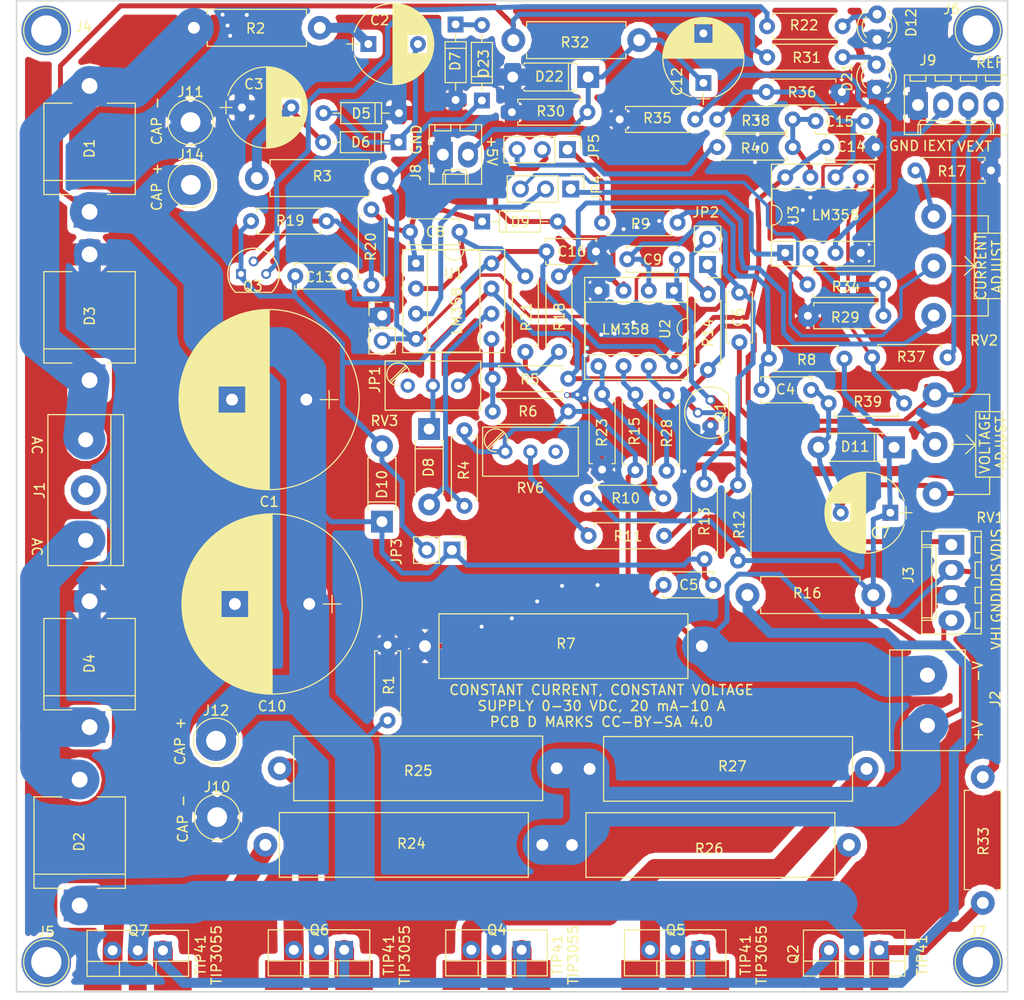
<source format=kicad_pcb>
(kicad_pcb (version 20210424) (generator pcbnew)
  (layers (0 "F.Cu" signal) (31 "B.Cu" signal) (34 "B.Paste" user) (35 "F.Paste" user) (36 "B.SilkS" user "B.Silkscreen") (37 "F.SilkS" user "F.Silkscreen") (38 "B.Mask" user) (39 "F.Mask" user) (44 "Edge.Cuts" user))
  (net 0 "")
  (net 1 "Net-(C1-Pad1)")
  (net 2 "GND")
  (net 3 "Net-(C2-Pad1)")
  (net 4 "Net-(C2-Pad2)")
  (net 5 "Net-(C3-Pad2)")
  (net 6 "Net-(C4-Pad1)")
  (net 7 "Net-(C4-Pad2)")
  (net 8 "Net-(C6-Pad1)")
  (net 9 "Net-(C6-Pad2)")
  (net 10 "Net-(C8-Pad1)")
  (net 11 "Net-(C8-Pad2)")
  (net 12 "Net-(C9-Pad1)")
  (net 13 "Net-(D1-Pad2)")
  (net 14 "Net-(D8-Pad1)")
  (net 15 "Net-(D8-Pad2)")
  (net 16 "Net-(D9-Pad2)")
  (net 17 "Net-(D12-Pad2)")
  (net 18 "Net-(Q3-Pad2)")
  (net 19 "Net-(Q3-Pad3)")
  (net 20 "Net-(R5-Pad1)")
  (net 21 "Net-(R8-Pad2)")
  (net 22 "Net-(Q2-Pad3)")
  (net 23 "Net-(R17-Pad1)")
  (net 24 "Net-(R18-Pad2)")
  (net 25 "Net-(R10-Pad2)")
  (net 26 "Net-(Q4-Pad3)")
  (net 27 "Net-(Q5-Pad3)")
  (net 28 "Net-(Q6-Pad3)")
  (net 29 "Net-(Q7-Pad3)")
  (net 30 "Net-(J3-Pad1)")
  (net 31 "Net-(C12-Pad1)")
  (net 32 "Net-(D21-Pad2)")
  (net 33 "Net-(D23-Pad2)")
  (net 34 "Net-(R11-Pad1)")
  (net 35 "Net-(R18-Pad1)")
  (net 36 "Net-(C13-Pad2)")
  (net 37 "Net-(R15-Pad1)")
  (net 38 "Net-(JP2-Pad1)")
  (net 39 "Net-(J9-Pad2)")
  (net 40 "Net-(JP4-Pad1)")
  (net 41 "Net-(JP4-Pad2)")
  (net 42 "Net-(JP4-Pad3)")
  (net 43 "Net-(JP5-Pad3)")
  (net 44 "Net-(R37-Pad1)")
  (net 45 "Net-(JP5-Pad1)")
  (net 46 "Net-(C15-Pad1)")
  (net 47 "Net-(C15-Pad2)")
  (net 48 "Net-(C13-Pad1)")
  (net 49 "Net-(D2-Pad2)")
  (net 50 "Net-(Q2-Pad1)")
  (net 51 "Net-(R29-Pad2)")
  (net 52 "Net-(J9-Pad3)")
  (footprint "Capacitors_THT:C_Disc_D5.0mm_W2.5mm_P5.00mm" (layer "F.Cu") (at 130.175 89.2683 180)
    (fp_text reference "C4")
    (fp_text value "100 nF")
  )
  (footprint "Capacitors_THT:C_Disc_D5.0mm_W2.5mm_P5.00mm" (layer "F.Cu") (at 115.2906 108.9406)
    (fp_text reference "C5")
    (fp_text value "220 nF")
  )
  (footprint "Capacitors_THT:C_Disc_D5.0mm_W2.5mm_P5.00mm" (layer "F.Cu") (at 122.936 84.455 90)
    (fp_text reference "C6")
    (fp_text value "100 pF")
  )
  (footprint "Capacitors_THT:C_Disc_D5.0mm_W2.5mm_P5.00mm" (layer "F.Cu") (at 94.6912 73.31456 180)
    (fp_text reference "C8")
    (fp_text value "330 pF")
  )
  (footprint "Capacitors_THT:C_Disc_D5.0mm_W2.5mm_P5.00mm" (layer "F.Cu") (at 116.62156 76.08316 180)
    (fp_text reference "C9")
    (fp_text value "100 pF")
  )
  (footprint "Diodes_THT:D_DO-35_SOD27_P7.62mm_Horizontal" (layer "F.Cu") (at 88.5825 61.341 180)
    (fp_text reference "D5")
    (fp_text value "1N4148")
  )
  (footprint "Diodes_THT:D_DO-35_SOD27_P7.62mm_Horizontal" (layer "F.Cu") (at 88.5444 64.2747 180)
    (fp_text reference "D6")
    (fp_text value "1N4148")
  )
  (footprint "Diodes_THT:D_DO-41_SOD81_P7.62mm_Horizontal" (layer "F.Cu") (at 91.6305 93.218 -90)
    (fp_text reference "D8")
    (fp_text value "1N5339B")
  )
  (footprint "Diodes_THT:D_DO-35_SOD27_P7.62mm_Horizontal" (layer "F.Cu") (at 96.97974 72.28078)
    (fp_text reference "D9")
    (fp_text value "1N4148")
  )
  (footprint "Diodes_THT:D_DO-41_SOD81_P7.62mm_Horizontal" (layer "F.Cu") (at 138.5443 95.0595 180)
    (fp_text reference "D11")
    (fp_text value "1N4004")
  )
  (footprint "LEDs:LED_D3.0mm" (layer "F.Cu") (at 136.8298 53.9115 90)
    (fp_text reference "D12")
    (fp_text value "LED")
  )
  (footprint "Connectors_Terminal_Blocks:TerminalBlock_bornier-3_P5.08mm" (layer "F.Cu") (at 56.9722 104.46004 90)
    (fp_text reference "J1")
    (fp_text value "Conn_01x03")
  )
  (footprint "Connectors_Terminal_Blocks:TerminalBlock_bornier-2_P5.08mm" (layer "F.Cu") (at 141.9098 118.0465 -90)
    (fp_text reference "J2")
    (fp_text value "Conn_01x02")
  )
  (footprint "TO_SOT_Packages_THT:TO-92_Molded_Narrow" (layer "F.Cu") (at 120.015 92.837 90)
    (fp_text reference "Q1")
    (fp_text value "2N3904")
  )
  (footprint "TO_SOT_Packages_THT:TO-92_Molded_Narrow" (layer "F.Cu") (at 72.644 77.5716)
    (fp_text reference "Q3")
    (fp_text value "2N3906")
  )
  (footprint "Resistors_THT:R_Axial_DIN0207_L6.3mm_D2.5mm_P7.62mm_Horizontal" (layer "F.Cu") (at 87.4395 122.6185 90)
    (fp_text reference "R1")
    (fp_text value "2k2")
  )
  (footprint "Resistors_THT:R_Axial_DIN0411_L9.9mm_D3.6mm_P12.70mm_Horizontal" (layer "F.Cu") (at 67.8942 52.7304)
    (fp_text reference "R2")
    (fp_text value "82R")
  )
  (footprint "Resistors_THT:R_Axial_DIN0411_L9.9mm_D3.6mm_P12.70mm_Horizontal" (layer "F.Cu") (at 86.9442 67.8942 180)
    (fp_text reference "R3")
    (fp_text value "220R")
  )
  (footprint "Resistors_THT:R_Axial_DIN0207_L6.3mm_D2.5mm_P7.62mm_Horizontal" (layer "F.Cu") (at 95.1865 100.965 90)
    (fp_text reference "R4")
    (fp_text value "4k7")
  )
  (footprint "Resistors_THT:R_Axial_DIN0207_L6.3mm_D2.5mm_P7.62mm_Horizontal" (layer "F.Cu") (at 98.044 88.138)
    (fp_text reference "R5")
    (fp_text value "10k")
  )
  (footprint "Resistors_THT:R_Axial_DIN0207_L6.3mm_D2.5mm_P7.62mm_Horizontal" (layer "F.Cu") (at 98.044 91.44)
    (fp_text reference "R6")
    (fp_text value "10k")
  )
  (footprint "Resistors_THT:R_Axial_Power_L25.0mm_W6.4mm_P27.94mm" (layer "F.Cu") (at 91.2114 115.12804)
    (fp_text reference "R7")
    (fp_text value "0R47")
  )
  (footprint "Resistors_THT:R_Axial_DIN0207_L6.3mm_D2.5mm_P7.62mm_Horizontal" (layer "F.Cu") (at 125.9078 86.106)
    (fp_text reference "R8")
    (fp_text value "27k")
  )
  (footprint "Resistors_THT:R_Axial_DIN0207_L6.3mm_D2.5mm_P7.62mm_Horizontal" (layer "F.Cu") (at 109.07776 72.39508)
    (fp_text reference "R9")
    (fp_text value "2k2")
  )
  (footprint "Resistors_THT:R_Axial_DIN0207_L6.3mm_D2.5mm_P7.62mm_Horizontal" (layer "F.Cu") (at 107.7214 103.9876)
    (fp_text reference "R11")
    (fp_text value "27k")
  )
  (footprint "Resistors_THT:R_Axial_DIN0207_L6.3mm_D2.5mm_P7.62mm_Horizontal" (layer "F.Cu") (at 122.7963 106.4895 90)
    (fp_text reference "R12")
    (fp_text value "56k")
  )
  (footprint "Resistors_THT:R_Axial_DIN0207_L6.3mm_D2.5mm_P7.62mm_Horizontal" (layer "F.Cu") (at 119.4054 98.7298 -90)
    (fp_text reference "R13")
    (fp_text value "22k")
  )
  (footprint "Resistors_THT:R_Axial_DIN0207_L6.3mm_D2.5mm_P7.62mm_Horizontal" (layer "F.Cu") (at 119.761 79.629 -90)
    (fp_text reference "R14")
    (fp_text value "1k")
  )
  (footprint "Resistors_THT:R_Axial_DIN0411_L9.9mm_D3.6mm_P12.70mm_Horizontal" (layer "F.Cu") (at 123.7488 109.97184)
    (fp_text reference "R16")
    (fp_text value "1k")
  )
  (footprint "Resistors_THT:R_Axial_DIN0207_L6.3mm_D2.5mm_P7.62mm_Horizontal" (layer "F.Cu") (at 140.7033 67.1195)
    (fp_text reference "R17")
    (fp_text value "33R")
  )
  (footprint "Resistors_THT:R_Axial_DIN0207_L6.3mm_D2.5mm_P7.62mm_Horizontal" (layer "F.Cu") (at 104.72928 85.42528 90)
    (fp_text reference "R18")
    (fp_text value "33k")
  )
  (footprint "Resistors_THT:R_Axial_DIN0207_L6.3mm_D2.5mm_P7.62mm_Horizontal" (layer "F.Cu") (at 73.66 72.2376)
    (fp_text reference "R19")
    (fp_text value "2k2")
  )
  (footprint "Resistors_THT:R_Axial_DIN0207_L6.3mm_D2.5mm_P7.62mm_Horizontal" (layer "F.Cu") (at 85.8012 78.6892 90)
    (fp_text reference "R20")
    (fp_text value "10k")
  )
  (footprint "Resistors_THT:R_Axial_DIN0207_L6.3mm_D2.5mm_P7.62mm_Horizontal" (layer "F.Cu") (at 101.33584 85.42528 90)
    (fp_text reference "R21")
    (fp_text value "10k")
  )
  (footprint "Resistors_THT:R_Axial_DIN0207_L6.3mm_D2.5mm_P7.62mm_Horizontal" (layer "F.Cu") (at 125.73 52.578)
    (fp_text reference "R22")
    (fp_text value "3k9")
  )
  (footprint "Potentiometers:Potentiometer_WirePads" (layer "F.Cu") (at 142.6845 89.7636)
    (fp_text reference "RV1")
    (fp_text value "10k")
  )
  (footprint "Potentiometers:Potentiometer_WirePads" (layer "F.Cu") (at 142.5448 71.755)
    (fp_text reference "RV2")
    (fp_text value "10k")
  )
  (footprint "Housings_DIP:DIP-8_W7.62mm_Socket" (layer "F.Cu") (at 90.30208 76.49972)
    (fp_text reference "U1")
    (fp_text value "LM358")
  )
  (footprint "Housings_DIP:DIP-8_W7.62mm_Socket" (layer "F.Cu") (at 116.332 79.248 -90)
    (fp_text reference "U2")
    (fp_text value "LM358")
  )
  (footprint "Capacitors_THT:CP_Radial_D8.0mm_P5.00mm" (layer "F.Cu") (at 85.4964 54.3687)
    (fp_text reference "C2")
    (fp_text value "47 uF")
  )
  (footprint "Capacitors_THT:CP_Radial_D8.0mm_P5.00mm" (layer "F.Cu") (at 72.7329 60.7695)
    (fp_text reference "C3")
    (fp_text value "47 uF")
  )
  (footprint "Capacitors_THT:CP_Radial_D8.0mm_P5.00mm" (layer "F.Cu") (at 138.1633 101.6635 180)
    (fp_text reference "C7")
    (fp_text value "47 uF")
  )
  (footprint "Connectors:1pin" (layer "F.Cu") (at 53 53)
    (fp_text reference "J4")
    (fp_text value "Conn_01x01")
  )
  (footprint "Connectors:1pin" (layer "F.Cu") (at 53 147)
    (fp_text reference "J5")
    (fp_text value "Conn_01x01")
  )
  (footprint "Connectors:1pin" (layer "F.Cu") (at 147 53)
    (fp_text reference "J6")
    (fp_text value "Conn_01x01")
  )
  (footprint "Connectors:1pin" (layer "F.Cu") (at 147 147)
    (fp_text reference "J7")
    (fp_text value "Conn_01x01")
  )
  (footprint "Capacitors_THT:CP_Radial_D8.0mm_P5.00mm" (layer "F.Cu") (at 119.3038 58.293 90)
    (fp_text reference "C12")
    (fp_text value "47 uF")
  )
  (footprint "Resistors_THT:R_Axial_DIN0207_L6.3mm_D2.5mm_P7.62mm_Horizontal" (layer "F.Cu") (at 107.59948 61.24448 180)
    (fp_text reference "R30")
    (fp_text value "2k2")
  )
  (footprint "Resistors_THT:R_Axial_DIN0207_L6.3mm_D2.5mm_P7.62mm_Horizontal" (layer "F.Cu") (at 107.63504 100.203)
    (fp_text reference "R10")
    (fp_text value "100k")
  )
  (footprint "Resistors_THT:R_Axial_DIN0207_L6.3mm_D2.5mm_P7.62mm_Horizontal" (layer "F.Cu") (at 109.08284 97.3074 90)
    (fp_text reference "R23")
    (fp_text value "100k")
  )
  (footprint "Resistors_THT:R_Axial_Power_L25.0mm_W6.4mm_P27.94mm" (layer "F.Cu") (at 75.1078 135.1788)
    (fp_text reference "R24")
    (fp_text value "0R47")
  )
  (footprint "Resistors_THT:R_Axial_Power_L25.0mm_W6.4mm_P27.94mm" (layer "F.Cu") (at 76.5556 127.4572)
    (fp_text reference "R25")
    (fp_text value "0R47")
  )
  (footprint "Resistors_THT:R_Axial_Power_L25.0mm_W6.4mm_P27.94mm" (layer "F.Cu") (at 133.985 135.1915 180)
    (fp_text reference "R26")
    (fp_text value "0R47")
  )
  (footprint "Resistors_THT:R_Axial_Power_L25.0mm_W6.4mm_P27.94mm" (layer "F.Cu") (at 135.763 127.508 180)
    (fp_text reference "R27")
    (fp_text value "0R47")
  )
  (footprint "LEDs:LED_D3.0mm" (layer "F.Cu") (at 136.7663 58.9915 90)
    (fp_text reference "D21")
    (fp_text value "LED")
  )
  (footprint "Resistors_THT:R_Axial_DIN0207_L6.3mm_D2.5mm_P7.62mm_Horizontal" (layer "F.Cu") (at 125.74016 55.69712)
    (fp_text reference "R31")
    (fp_text value "3k9")
  )
  (footprint "Diodes_THT:D_DO-41_SOD81_P7.62mm_Horizontal" (layer "F.Cu") (at 107.68076 57.69864 180)
    (fp_text reference "D22")
    (fp_text value "1N4733A")
  )
  (footprint "Resistors_THT:R_Axial_DIN0411_L9.9mm_D3.6mm_P12.70mm_Horizontal" (layer "F.Cu") (at 112.8268 53.975 180)
    (fp_text reference "R32")
    (fp_text value "1k")
  )
  (footprint "Diodes_THT:D_DO-35_SOD27_P7.62mm_Horizontal" (layer "F.Cu") (at 94.30004 52.39004 -90)
    (fp_text reference "D7")
    (fp_text value "1N4148")
  )
  (footprint "Diodes_THT:D_DO-35_SOD27_P7.62mm_Horizontal" (layer "F.Cu") (at 96.9518 60.071 90)
    (fp_text reference "D23")
    (fp_text value "1N4148")
  )
  (footprint "Potentiometers:Potentiometer_Trimmer_Bourns_3296W" (layer "F.Cu") (at 99.314 95.504 180)
    (fp_text reference "RV6")
    (fp_text value "20k")
  )
  (footprint "Potentiometers:Potentiometer_Trimmer_Bourns_3296W" (layer "F.Cu") (at 89.4715 88.8365 180)
    (fp_text reference "RV3")
    (fp_text value "100k")
  )
  (footprint "Capacitors_THT:C_Disc_D5.0mm_W2.5mm_P5.00mm" (layer "F.Cu") (at 83.12404 77.78496 180)
    (fp_text reference "C13")
    (fp_text value "100 nF")
  )
  (footprint "Diodes_THT:D_DO-41_SOD81_P7.62mm_Horizontal" (layer "F.Cu") (at 86.868 102.5652 90)
    (fp_text reference "D10")
    (fp_text value "1N4740A")
  )
  (footprint "linearps:TO-220-3_Vertical_WithPads" (layer "F.Cu") (at 137.0584 145.796 180)
    (fp_text reference "Q2")
    (fp_text value "TIP41")
  )
  (footprint "Pin_Headers:Pin_Header_Straight_1x02_Pitch2.54mm" (layer "F.Cu") (at 86.8934 81.7626)
    (fp_text reference "JP1")
    (fp_text value "Jumper_NO_Small")
  )
  (footprint "Resistors_THT:R_Axial_DIN0207_L6.3mm_D2.5mm_P7.62mm_Horizontal" (layer "F.Cu") (at 112.43056 89.74328 -90)
    (fp_text reference "R15")
    (fp_text value "10k")
  )
  (footprint "Resistors_THT:R_Axial_DIN0207_L6.3mm_D2.5mm_P7.62mm_Horizontal" (layer "F.Cu") (at 115.5954 89.80424 -90)
    (fp_text reference "R28")
    (fp_text value "10k")
  )
  (footprint "Pin_Headers:Pin_Header_Straight_1x02_Pitch2.54mm" (layer "F.Cu") (at 119.72544 76.61148 180)
    (fp_text reference "JP2")
    (fp_text value "Jumper_NO_Small")
  )
  (footprint "Pin_Headers:Pin_Header_Straight_1x02_Pitch2.54mm" (layer "F.Cu") (at 93.9292 105.4354 -90)
    (fp_text reference "JP3")
    (fp_text value "Jumper_NO_Small")
  )
  (footprint "Capacitors_THT:C_Disc_D5.0mm_W2.5mm_P5.00mm" (layer "F.Cu") (at 136.7028 64.77 180)
    (fp_text reference "C14")
    (fp_text value "100 nF")
  )
  (footprint "Connectors_Molex:Molex_KK-6410-02_02x2.54mm_Straight" (layer "F.Cu") (at 93.0148 65.532)
    (fp_text reference "J8")
    (fp_text value "Conn_01x02")
  )
  (footprint "Pin_Headers:Pin_Header_Straight_1x03_Pitch2.54mm" (layer "F.Cu") (at 105.918 68.9991 -90)
    (fp_text reference "JP4")
    (fp_text value "Jumper_NC_Dual")
  )
  (footprint "Pin_Headers:Pin_Header_Straight_1x03_Pitch2.54mm" (layer "F.Cu") (at 105.5878 65.024 -90)
    (fp_text reference "JP5")
    (fp_text value "Jumper_NC_Dual")
  )
  (footprint "Resistors_THT:R_Axial_DIN0207_L6.3mm_D2.5mm_P7.62mm_Horizontal" (layer "F.Cu") (at 129.8448 81.788)
    (fp_text reference "R29")
    (fp_text value "10k")
  )
  (footprint "Resistors_THT:R_Axial_DIN0207_L6.3mm_D2.5mm_P7.62mm_Horizontal" (layer "F.Cu") (at 129.80924 78.62316)
    (fp_text reference "R34")
    (fp_text value "10k")
  )
  (footprint "Resistors_THT:R_Axial_DIN0207_L6.3mm_D2.5mm_P7.62mm_Horizontal" (layer "F.Cu") (at 133.2738 59.2074 180)
    (fp_text reference "R36")
    (fp_text value "10k")
  )
  (footprint "Resistors_THT:R_Axial_DIN0207_L6.3mm_D2.5mm_P7.62mm_Horizontal" (layer "F.Cu") (at 136.3218 85.99424)
    (fp_text reference "R37")
    (fp_text value "100k")
  )
  (footprint "Resistors_THT:R_Axial_DIN0207_L6.3mm_D2.5mm_P7.62mm_Horizontal" (layer "F.Cu") (at 128.3208 61.976 180)
    (fp_text reference "R38")
    (fp_text value "10k")
  )
  (footprint "Resistors_THT:R_Axial_DIN0207_L6.3mm_D2.5mm_P7.62mm_Horizontal" (layer "F.Cu") (at 139.5603 90.6145 180)
    (fp_text reference "R39")
    (fp_text value "100k")
  )
  (footprint "Housings_DIP:DIP-8_W7.62mm_Socket" (layer "F.Cu") (at 127.5588 75.438 90)
    (fp_text reference "U3")
    (fp_text value "LM358")
  )
  (footprint "Resistors_THT:R_Axial_DIN0207_L6.3mm_D2.5mm_P7.62mm_Horizontal" (layer "F.Cu") (at 120.7008 64.77)
    (fp_text reference "R40")
    (fp_text value "47k")
  )
  (footprint "Capacitors_THT:C_Disc_D5.0mm_W2.5mm_P5.00mm" (layer "F.Cu") (at 130.62204 62.13856)
    (fp_text reference "C15")
    (fp_text value "100 pF")
  )
  (footprint "Capacitors_THT:C_Disc_D5.0mm_W2.5mm_P5.00mm" (layer "F.Cu") (at 108.46308 75.30084 180)
    (fp_text reference "C16")
    (fp_text value "100 nF")
  )
  (footprint "Diodes_THT:D_P600_R-6_P12.70mm_Horizontal" (layer "F.Cu") (at 57.3668 71.296 90)
    (fp_text reference "D1")
    (fp_text value "10A10")
  )
  (footprint "Diodes_THT:D_P600_R-6_P12.70mm_Horizontal" (layer "F.Cu") (at 56.3668 141.296 90)
    (fp_text reference "D2")
    (fp_text value "10A10")
  )
  (footprint "Diodes_THT:D_P600_R-6_P12.70mm_Horizontal" (layer "F.Cu") (at 57.3668 88.296 90)
    (fp_text reference "D3")
    (fp_text value "10A10")
  )
  (footprint "Diodes_THT:D_P600_R-6_P12.70mm_Horizontal" (layer "F.Cu") (at 57.3668 123.296 90)
    (fp_text reference "D4")
    (fp_text value "10A10")
  )
  (footprint "Capacitors_THT:CP_Radial_D18.0mm_P7.50mm" (layer "F.Cu") (at 79.23784 90.2462 180)
    (fp_text reference "C1")
    (fp_text value "CP")
  )
  (footprint "Capacitors_THT:CP_Radial_D18.0mm_P7.50mm" (layer "F.Cu") (at 79.53248 110.871 180)
    (fp_text reference "C10")
    (fp_text value "CP")
  )
  (footprint "Connectors:1pin" (layer "F.Cu") (at 70.24116 132.37972)
    (fp_text reference "J10")
    (fp_text value "Conn_01x01")
  )
  (footprint "Connectors:1pin" (layer "F.Cu") (at 67.55892 62.25032)
    (fp_text reference "J11")
    (fp_text value "Conn_01x01")
  )
  (footprint "Connectors:1pin" (layer "F.Cu") (at 70.1294 124.66828)
    (fp_text reference "J12")
    (fp_text value "Conn_01x01")
  )
  (footprint "Connectors:1pin" (layer "F.Cu") (at 67.5894 68.58)
    (fp_text reference "J14")
    (fp_text value "Conn_01x01")
  )
  (footprint "linearps:TO-220-3_Vertical_WithBigPads" (layer "F.Cu") (at 100.965 145.7706 180)
    (fp_text reference "Q4")
    (fp_text value "TIP41")
  )
  (footprint "linearps:TO-220-3_Vertical_WithBigPads" (layer "F.Cu") (at 118.999 145.7706 180)
    (fp_text reference "Q5")
    (fp_text value "TIP41")
  )
  (footprint "linearps:TO-220-3_Vertical_WithBigPads" (layer "F.Cu") (at 83.058 145.7706 180)
    (fp_text reference "Q6")
    (fp_text value "TIP41")
  )
  (footprint "linearps:TO-220-3_Vertical_WithBigPads" (layer "F.Cu") (at 64.77 145.8214 180)
    (fp_text reference "Q7")
    (fp_text value "TIP41")
  )
  (footprint "Resistors_THT:R_Axial_DIN0411_L9.9mm_D3.6mm_P12.70mm_Horizontal" (layer "F.Cu") (at 147.4978 141.0335 90)
    (fp_text reference "R33")
    (fp_text value "1k")
  )
  (footprint "Resistors_THT:R_Axial_DIN0207_L6.3mm_D2.5mm_P7.62mm_Horizontal" (layer "F.Cu") (at 118.4783 61.976 180)
    (fp_text reference "R35")
    (fp_text value "1M")
  )
  (footprint "Connectors_Molex:Molex_KK-6410-04_04x2.54mm_Straight" (layer "F.Cu") (at 140.9573 60.5155)
    (fp_text reference "J9")
    (fp_text value "Conn_01x04")
  )
  (footprint "Connectors_Molex:Molex_KK-6410-04_04x2.54mm_Straight" (layer "F.Cu") (at 144.3228 104.902 -90)
    (fp_text reference "J3")
    (fp_text value "Conn_01x04")
  )
  (gr_line (start 150 50) (end 150 150) (angle 90) (layer "Edge.Cuts") (width 0.15))
  (gr_line (start 50 150) (end 50 50) (angle 90) (layer "Edge.Cuts") (width 0.15))
  (gr_line (start 150 150) (end 50 150) (angle 90) (layer "Edge.Cuts") (width 0.15))
  (gr_line (start 50 50) (end 150 50) (angle 90) (layer "Edge.Cuts") (width 0.15))
  (gr_text "LM358" (at 132.6388 71.628) (layer "F.SilkS") (effects (font (size 1 1))))
  (gr_text "GND" (at 148.8948 111.252 90) (layer "F.SilkS") (effects (font (size 1 1))))
  (gr_text "VEXT" (at 146.6723 64.7065) (layer "F.SilkS") (effects (font (size 1 1))))
  (gr_text "AC" (at 52.0446 105.12044 270) (layer "F.SilkS") (effects (font (size 1 1))))
  (gr_text "GND" (at 139.5603 64.643) (layer "F.SilkS") (effects (font (size 1 1))))
  (gr_text "VDIS" (at 148.8948 104.902 90) (layer "F.SilkS") (effects (font (size 1 1))))
  (gr_text "TIP41" (at 141.3668 146.296 90) (layer "F.SilkS") (effects (font (size 1 1))))
  (gr_text "LM358" (at 111.4552 83.1596) (layer "F.SilkS") (effects (font (size 1 1))))
  (gr_text "VOLTAGE\nADJUST" (at 148.5138 94.615 90) (layer "F.SilkS") (effects (font (size 1 1))))
  (gr_text "AC" (at 52.0446 94.869 270) (layer "F.SilkS") (effects (font (size 1 1))))
  (gr_text "CAP -" (at 66.7766 132.54736 90) (layer "F.SilkS") (effects (font (size 1 1))))
  (gr_text "VHI" (at 148.8948 114.3 90) (layer "F.SilkS") (effects (font (size 1 1))))
  (gr_text "+5V" (at 97.9678 65.151 270) (layer "F.SilkS") (effects (font (size 1 1))))
  (gr_text "GND" (at 90.3478 64.008 90) (layer "F.SilkS") (effects (font (size 1 1))))
  (gr_text "CAP +" (at 64.15024 68.78828 90) (layer "F.SilkS") (effects (font (size 1 1))))
  (gr_text "IDIS" (at 148.8948 108.204 90) (layer "F.SilkS") (effects (font (size 1 1))))
  (gr_text "TIP41\nTIP3055" (at 88.3668 146.296 90) (layer "F.SilkS") (effects (font (size 1 1))))
  (gr_text "LM358" (at 94.4372 81.3054 90) (layer "F.SilkS") (effects (font (size 1 1))))
  (gr_text "IEXT" (at 142.9893 64.643) (layer "F.SilkS") (effects (font (size 1 1))))
  (gr_text "REF" (at 148.1963 56.261) (layer "F.SilkS") (effects (font (size 1 1))))
  (gr_text "CAP +" (at 66.4972 124.72416 90) (layer "F.SilkS") (effects (font (size 1 1))))
  (gr_text "TIP41\nTIP3055" (at 105.3668 146.296 90) (layer "F.SilkS") (effects (font (size 1 1))))
  (gr_text "+V" (at 146.9898 123.6345 90) (layer "F.SilkS") (effects (font (size 1 1))))
  (gr_text "CURRENT\nADJUST" (at 148.1328 76.835 90) (layer "F.SilkS") (effects (font (size 1 1))))
  (gr_text "CAP -" (at 64.15024 62.13856 90) (layer "F.SilkS") (effects (font (size 1 1))))
  (gr_text "CONSTANT CURRENT, CONSTANT VOLTAGE\nSUPPLY 0-30 VDC, 20 mA-10 A\nPCB D MARKS CC-BY-SA 4.0" (at 109.0168 121.158) (layer "F.SilkS") (effects (font (size 1 1))))
  (gr_text "-V" (at 146.9898 117.6655 90) (layer "F.SilkS") (effects (font (size 1 1))))
  (gr_text "TIP41\nTIP3055" (at 124.3668 146.296 90) (layer "F.SilkS") (effects (font (size 1 1))))
  (gr_text "TIP41\nTIP3055" (at 69.3668 146.296 90) (layer "F.SilkS") (effects (font (size 1 1))))
  (segment (start 98.2218 50.546) (end 76.976992 50.514376) (width 0.5) (layer "F.Cu") (net 1))
  (segment (start 100.1268 52.451) (end 98.2218 50.546) (width 0.5) (layer "F.Cu") (net 1))
  (segment (start 119.4054 108.0554) (end 120.2906 108.9406) (width 0.5) (layer "F.Cu") (net 1))
  (segment (start 60.473464 50.514376) (end 54.42712 56.56072) (width 0.5) (layer "F.Cu") (net 1))
  (segment (start 54.42712 56.56072) (end 54.42712 69.12356) (width 0.5) (layer "F.Cu") (net 1))
  (segment (start 54.42712 69.12356) (end 57.3668 71.296) (width 0.5) (layer "F.Cu") (net 1))
  (segment (start 76.976992 50.514376) (end 60.473464 50.514376) (width 0.5) (layer "F.Cu") (net 1))
  (segment (start 116.459 145.7706) (end 116.459 148.3106) (width 2) (layer "F.Cu") (net 1))
  (segment (start 80.518 145.7706) (end 80.518 148.3106) (width 2) (layer "F.Cu") (net 1))
  (segment (start 134.5184 145.796) (end 134.5184 148.336) (width 2) (layer "F.Cu") (net 1))
  (segment (start 100.1268 53.975) (end 100.1268 52.451) (width 0.5) (layer "F.Cu") (net 1))
  (segment (start 98.425 145.7706) (end 98.425 148.3106) (width 2) (layer "F.Cu") (net 1))
  (segment (start 62.23 145.8214) (end 62.23 148.3614) (width 2) (layer "F.Cu") (net 1))
  (segment (start 119.4054 106.3498) (end 119.4054 108.0554) (width 0.5) (layer "F.Cu") (net 1))
  (segment (start 62.46 142.645) (end 64.2874 140.8176) (width 2) (layer "B.Cu") (net 1))
  (segment (start 64.2874 140.8176) (end 68.0466 140.8176) (width 2) (layer "B.Cu") (net 1))
  (segment (start 132.5626 140.8176) (end 132.842 141.097) (width 4) (layer "B.Cu") (net 1))
  (segment (start 134.46 144.0485) (end 131.2291 140.8176) (width 2) (layer "B.Cu") (net 1))
  (segment (start 131.2291 140.8176) (end 132.5626 140.8176) (width 4) (layer "B.Cu") (net 1))
  (segment (start 116.46 143.4475) (end 113.8301 140.8176) (width 2) (layer "B.Cu") (net 1))
  (segment (start 113.8301 140.8176) (end 131.2291 140.8176) (width 4) (layer "B.Cu") (net 1))
  (segment (start 80.46 143.5155) (end 77.7621 140.8176) (width 2) (layer "B.Cu") (net 1))
  (segment (start 77.7621 140.8176) (end 84.12988 140.8176) (width 4) (layer "B.Cu") (net 1))
  (segment (start 98.46 143.7863) (end 95.4913 140.8176) (width 2) (layer "B.Cu") (net 1))
  (segment (start 95.4913 140.8176) (end 113.8301 140.8176) (width 4) (layer "B.Cu") (net 1))
  (segment (start 125.74016 55.64632) (end 124.2568 54.864) (width 0.5) (layer "B.Cu") (net 1))
  (segment (start 124.2568 54.864) (end 124.2568 51.816) (width 0.5) (layer "B.Cu") (net 1))
  (segment (start 124.2568 51.816) (end 123.8123 51.3715) (width 0.5) (layer "B.Cu") (net 1))
  (segment (start 123.8123 51.3715) (end 100.6983 51.3715) (width 0.5) (layer "B.Cu") (net 1))
  (segment (start 100.6983 51.3715) (end 100.1268 51.943) (width 0.5) (layer "B.Cu") (net 1))
  (segment (start 100.1268 51.943) (end 100.1268 53.975) (width 0.5) (layer "B.Cu") (net 1))
  (segment (start 86.868 105.6894) (end 88.9254 107.7468) (width 0.5) (layer "B.Cu") (net 1))
  (segment (start 88.9254 107.7468) (end 91.6178 107.7468) (width 0.5) (layer "B.Cu") (net 1))
  (segment (start 91.6178 107.7468) (end 93.9292 105.4354) (width 0.5) (layer "B.Cu") (net 1))
  (segment (start 117.91188 106.3498) (end 117.31244 106.94924) (width 0.5) (layer "B.Cu") (net 1))
  (segment (start 117.31244 106.94924) (end 95.44304 106.94924) (width 0.5) (layer "B.Cu") (net 1))
  (segment (start 95.44304 106.94924) (end 93.9292 105.4354) (width 0.5) (layer "B.Cu") (net 1))
  (segment (start 67.7672 141.097) (end 68.0466 140.8176) (width 4) (layer "B.Cu") (net 1))
  (segment (start 62.52972 71.5264) (end 68.84416 77.84084) (width 4) (layer "B.Cu") (net 1))
  (segment (start 68.84416 77.84084) (end 68.84416 83.70824) (width 4) (layer "B.Cu") (net 1))
  (segment (start 68.84416 83.70824) (end 70.07352 84.9376) (width 4) (layer "B.Cu") (net 1))
  (segment (start 70.07352 84.9376) (end 76.77912 84.9376) (width 4) (layer "B.Cu") (net 1))
  (segment (start 76.77912 84.9376) (end 79.23784 87.39632) (width 4) (layer "B.Cu") (net 1))
  (segment (start 79.23784 87.39632) (end 79.23784 90.2462) (width 4) (layer "B.Cu") (net 1))
  (segment (start 79.23784 110.57636) (end 79.53248 110.871) (width 4) (layer "B.Cu") (net 1))
  (segment (start 79.53248 121.0056) (end 84.12988 125.603) (width 4) (layer "B.Cu") (net 1))
  (segment (start 84.12988 125.603) (end 84.12988 140.8176) (width 4) (layer "B.Cu") (net 1))
  (segment (start 84.12988 140.8176) (end 95.4913 140.8176) (width 4) (layer "B.Cu") (net 1))
  (segment (start 87.11438 122.6185) (end 84.12988 125.603) (width 0.5) (layer "B.Cu") (net 1))
  (segment (start 81.72196 102.5652) (end 79.23784 100.08108) (width 0.5) (layer "B.Cu") (net 1))
  (segment (start 79.23784 100.08108) (end 79.23784 110.57636) (width 4) (layer "B.Cu") (net 1))
  (segment (start 65.47612 68.58) (end 62.52972 71.5264) (width 4) (layer "B.Cu") (net 1))
  (segment (start 70.1294 123.38304) (end 73.4822 120.03024) (width 4) (layer "B.Cu") (net 1))
  (segment (start 73.4822 120.03024) (end 79.53248 120.03024) (width 4) (layer "B.Cu") (net 1))
  (segment (start 79.53248 120.03024) (end 79.53248 121.0056) (width 4) (layer "B.Cu") (net 1))
  (segment (start 116.459 145.7706) (end 116.46 143.4475) (width 2) (layer "B.Cu") (net 1))
  (segment (start 80.518 145.7706) (end 80.46 143.5155) (width 2) (layer "B.Cu") (net 1))
  (segment (start 86.868 102.5652) (end 86.868 103.38054) (width 0.5) (layer "B.Cu") (net 1))
  (segment (start 134.5184 145.796) (end 134.46 144.0485) (width 2) (layer "B.Cu") (net 1))
  (segment (start 87.4395 122.6185) (end 87.11438 122.6185) (width 0.5) (layer "B.Cu") (net 1))
  (segment (start 86.868 102.5652) (end 81.72196 102.5652) (width 0.5) (layer "B.Cu") (net 1))
  (segment (start 67.5894 68.58) (end 65.47612 68.58) (width 4) (layer "B.Cu") (net 1))
  (segment (start 57.3668 71.296) (end 62.52972 71.5264) (width 4) (layer "B.Cu") (net 1))
  (segment (start 125.74016 55.69712) (end 125.74016 55.64632) (width 0.5) (layer "B.Cu") (net 1))
  (segment (start 98.425 145.7706) (end 98.46 143.7863) (width 2) (layer "B.Cu") (net 1))
  (segment (start 119.4054 106.3498) (end 117.91188 106.3498) (width 0.5) (layer "B.Cu") (net 1))
  (segment (start 70.1294 124.66828) (end 70.1294 123.38304) (width 4) (layer "B.Cu") (net 1))
  (segment (start 68.0466 140.8176) (end 77.7621 140.8176) (width 4) (layer "B.Cu") (net 1))
  (segment (start 79.23784 90.2462) (end 79.23784 100.08108) (width 4) (layer "B.Cu") (net 1))
  (segment (start 79.53248 110.871) (end 79.53248 120.03024) (width 4) (layer "B.Cu") (net 1))
  (segment (start 86.868 102.5652) (end 86.868 105.6894) (width 0.5) (layer "B.Cu") (net 1))
  (segment (start 56.3668 141.296) (end 67.7672 141.097) (width 4) (layer "B.Cu") (net 1))
  (segment (start 100.1268 53.975) (end 100.1903 53.975) (width 0.5) (layer "B.Cu") (net 1))
  (segment (start 62.23 145.8214) (end 62.46 142.645) (width 2) (layer "B.Cu") (net 1))
  (segment (start 136.1948 53.9115) (end 136.8298 53.9115) (width 0.5) (layer "F.Cu") (net 2))
  (segment (start 136.52246 59.23534) (end 136.7663 58.9915) (width 0.5) (layer "F.Cu") (net 2))
  (segment (start 88.77554 61.40196) (end 88.8365 61.341) (width 0.5) (layer "F.Cu") (net 2))
  (segment (start 99.93376 57.82564) (end 100.06076 57.69864) (width 0.5) (layer "F.Cu") (net 2))
  (segment (start 136.27862 53.85308) (end 136.8298 53.9115) (width 0.5) (layer "F.Cu") (net 2))
  (segment (start 71.5518 53.53304) (end 71.28764 53.26888) (width 0.5) (layer "F.Cu") (net 2))
  (segment (start 71.28764 53.26888) (end 71.28764 52.5018) (width 0.5) (layer "F.Cu") (net 2))
  (segment (start 70.7898 51.39944) (end 70.82536 51.435) (width 0.5) (layer "F.Cu") (net 2))
  (segment (start 70.82536 51.435) (end 73.2282 51.435) (width 0.5) (layer "F.Cu") (net 2))
  (segment (start 111.252 73.0504) (end 111.4552 72.8472) (width 0.5) (layer "F.Cu") (net 2))
  (segment (start 111.4552 72.8472) (end 112.55248 72.8472) (width 0.5) (layer "F.Cu") (net 2))
  (segment (start 113.75136 72.56272) (end 114.0968 72.21728) (width 0.5) (layer "F.Cu") (net 2))
  (segment (start 114.0968 72.21728) (end 114.84864 72.21728) (width 0.5) (layer "F.Cu") (net 2))
  (segment (start 109.08284 96.23044) (end 107.32008 94.46768) (width 0.5) (layer "F.Cu") (net 2))
  (segment (start 107.32008 94.46768) (end 107.32008 90.13444) (width 0.5) (layer "F.Cu") (net 2))
  (segment (start 106.59364 89.74328) (end 106.53776 89.79916) (width 0.5) (layer "F.Cu") (net 2))
  (segment (start 106.53776 89.79916) (end 105.53192 89.79916) (width 0.5) (layer "F.Cu") (net 2))
  (segment (start 107.41152 85.75548) (end 107.5436 86.25332) (width 0.5) (layer "F.Cu") (net 2))
  (segment (start 107.5436 86.25332) (end 107.5436 85.04936) (width 0.5) (layer "F.Cu") (net 2))
  (segment (start 107.62996 85.04936) (end 108.99648 83.68284) (width 0.5) (layer "F.Cu") (net 2))
  (segment (start 110.3376 83.59648) (end 111.4806 82.45348) (width 0.5) (layer "F.Cu") (net 2))
  (segment (start 111.4806 82.45348) (end 112.23752 82.45348) (width 0.5) (layer "F.Cu") (net 2))
  (segment (start 117.75948 82.45348) (end 119.0752 81.13776) (width 0.5) (layer "F.Cu") (net 2))
  (segment (start 119.0752 81.13776) (end 120.57888 81.13776) (width 0.5) (layer "F.Cu") (net 2))
  (segment (start 120.57888 81.13776) (end 121.24944 80.4672) (width 0.5) (layer "F.Cu") (net 2))
  (segment (start 121.24944 80.4672) (end 121.24944 77.35824) (width 0.5) (layer "F.Cu") (net 2))
  (segment (start 121.24944 77.35824) (end 124.0028 67.818) (width 0.5) (layer "F.Cu") (net 2))
  (segment (start 94.95536 115.12804) (end 96.9264 113.157) (width 0.5) (layer "F.Cu") (net 2))
  (segment (start 99.9744 112.3188) (end 101.68636 110.60684) (width 0.5) (layer "F.Cu") (net 2))
  (segment (start 101.68636 110.60684) (end 102.52964 110.60684) (width 0.5) (layer "F.Cu") (net 2))
  (segment (start 105.04424 109.0422) (end 105.12044 108.966) (width 0.5) (layer "F.Cu") (net 2))
  (segment (start 105.12044 108.966) (end 108.62564 108.966) (width 0.5) (layer "F.Cu") (net 2))
  (segment (start 124.0028 66.802) (end 124.5108 66.294) (width 0.5) (layer "F.Cu") (net 2))
  (segment (start 124.7648 64.77) (end 124.7648 63.5) (width 0.5) (layer "F.Cu") (net 2))
  (segment (start 134.90448 65.04432) (end 133.4008 66.548) (width 0.35) (layer "F.Cu") (net 2))
  (segment (start 133.4008 66.548) (end 131.6228 66.548) (width 0.35) (layer "F.Cu") (net 2))
  (segment (start 131.6228 66.548) (end 131.3688 66.802) (width 0.35) (layer "F.Cu") (net 2))
  (segment (start 131.3688 66.802) (end 131.3688 69.85) (width 0.35) (layer "F.Cu") (net 2))
  (segment (start 131.3688 69.85) (end 130.0988 69.85) (width 0.35) (layer "F.Cu") (net 2))
  (segment (start 129.3368 71.12) (end 129.0828 72.39) (width 0.35) (layer "F.Cu") (net 2))
  (segment (start 129.0828 72.39) (end 128.3208 72.39) (width 0.35) (layer "F.Cu") (net 2))
  (segment (start 135.1788 75.438) (end 135.509 75.438) (width 0.5) (layer "F.Cu") (net 2))
  (segment (start 136.7028 64.77) (end 134.90448 65.04432) (width 0.35) (layer "F.Cu") (net 2))
  (segment (start 72.7329 60.7695) (end 72.8218 60.7695) (width 0.5) (layer "F.Cu") (net 2))
  (segment (start 100.06076 57.69864) (end 100.06076 57.57164) (width 0.5) (layer "F.Cu") (net 2))
  (segment (start 135.1788 75.438) (end 135.0137 75.438) (width 0.5) (layer "F.Cu") (net 2))
  (segment (start 91.2114 115.12804) (end 94.95536 115.12804) (width 0.5) (layer "F.Cu") (net 2))
  (segment (start 112.23752 82.45348) (end 117.75948 82.45348) (width 0.5) (layer "F.Cu") (net 2))
  (segment (start 135.1788 75.438) (end 135.1788 75.5396) (width 0.5) (layer "F.Cu") (net 2))
  (segment (start 136.8298 53.9115) (end 136.8298 54.12994) (width 0.5) (layer "F.Cu") (net 2))
  (segment (start 119.3038 53.293) (end 119.3038 53.7845) (width 0.5) (layer "F.Cu") (net 2))
  (segment (start 99.97948 61.24448) (end 99.97948 61.33338) (width 0.5) (layer "F.Cu") (net 2))
  (segment (start 109.08284 97.3074) (end 109.08284 96.23044) (width 0.5) (layer "F.Cu") (net 2))
  (segment (start 107.5436 85.04936) (end 107.62996 85.04936) (width 0.5) (layer "F.Cu") (net 2))
  (segment (start 108.712 79.248) (end 108.712 78.74) (width 0.5) (layer "F.Cu") (net 2))
  (segment (start 124.0028 67.818) (end 124.0028 66.802) (width 0.5) (layer "F.Cu") (net 2))
  (via (at 128.3208 72.39) (size 0.6) (drill 0.4) (layers "F.Cu" "B.Cu") (net 2))
  (via (at 73.2282 51.435) (size 0.6) (drill 0.4) (layers "F.Cu" "B.Cu") (net 2))
  (via (at 107.41152 85.75548) (size 0.6) (drill 0.4) (layers "F.Cu" "B.Cu") (net 2))
  (via (at 107.5436 85.04936) (size 0.6) (drill 0.4) (layers "F.Cu" "B.Cu") (net 2))
  (via (at 71.28764 52.5018) (size 0.6) (drill 0.4) (layers "F.Cu" "B.Cu") (net 2))
  (via (at 129.3368 71.12) (size 0.6) (drill 0.4) (layers "F.Cu" "B.Cu") (net 2))
  (via (at 124.7648 64.77) (size 0.6) (drill 0.4) (layers "F.Cu" "B.Cu") (net 2))
  (via (at 111.252 73.0504) (size 0.6) (drill 0.4) (layers "F.Cu" "B.Cu") (net 2))
  (via (at 102.52964 110.60684) (size 0.6) (drill 0.4) (layers "F.Cu" "B.Cu") (net 2))
  (via (at 113.75136 72.56272) (size 0.6) (drill 0.4) (layers "F.Cu" "B.Cu") (net 2))
  (via (at 117.40388 97.4852) (size 0.6) (drill 0.4) (layers "F.Cu" "B.Cu") (net 2))
  (via (at 108.99648 83.68284) (size 0.6) (drill 0.4) (layers "F.Cu" "B.Cu") (net 2))
  (via (at 112.55248 72.8472) (size 0.6) (drill 0.4) (layers "F.Cu" "B.Cu") (net 2))
  (via (at 105.53192 89.79916) (size 0.6) (drill 0.4) (layers "F.Cu" "B.Cu") (net 2))
  (via (at 96.9264 113.157) (size 0.6) (drill 0.4) (layers "F.Cu" "B.Cu") (net 2))
  (via (at 107.32008 90.13444) (size 0.6) (drill 0.4) (layers "F.Cu" "B.Cu") (net 2))
  (via (at 99.9744 112.3188) (size 0.6) (drill 0.4) (layers "F.Cu" "B.Cu") (net 2))
  (via (at 124.7648 63.5) (size 0.6) (drill 0.4) (layers "F.Cu" "B.Cu") (net 2))
  (via (at 70.7898 51.39944) (size 0.6) (drill 0.4) (layers "F.Cu" "B.Cu") (net 2))
  (via (at 106.59364 89.74328) (size 0.6) (drill 0.4) (layers "F.Cu" "B.Cu") (net 2))
  (via (at 110.3376 83.59648) (size 0.6) (drill 0.4) (layers "F.Cu" "B.Cu") (net 2))
  (via (at 108.62564 108.966) (size 0.6) (drill 0.4) (layers "F.Cu" "B.Cu") (net 2))
  (via (at 124.7648 61.976) (size 0.6) (drill 0.4) (layers "F.Cu" "B.Cu") (net 2))
  (via (at 124.5108 66.294) (size 0.6) (drill 0.4) (layers "F.Cu" "B.Cu") (net 2))
  (via (at 112.23752 82.45348) (size 0.6) (drill 0.4) (layers "F.Cu" "B.Cu") (net 2))
  (via (at 114.84864 72.21728) (size 0.6) (drill 0.4) (layers "F.Cu" "B.Cu") (net 2))
  (via (at 130.0988 69.85) (size 0.6) (drill 0.4) (layers "F.Cu" "B.Cu") (net 2))
  (via (at 105.04424 109.0422) (size 0.6) (drill 0.4) (layers "F.Cu" "B.Cu") (net 2))
  (via (at 71.5518 53.53304) (size 0.6) (drill 0.4) (layers "F.Cu" "B.Cu") (net 2))
  (segment (start 108.57484 96.7994) (end 109.08284 97.3074) (width 0.5) (layer "B.Cu") (net 2))
  (segment (start 94.64294 60.35294) (end 94.30004 60.01004) (width 0.5) (layer "B.Cu") (net 2))
  (segment (start 120.015 93.25356) (end 117.40388 95.86468) (width 0.5) (layer "B.Cu") (net 2))
  (segment (start 117.40388 95.86468) (end 117.40388 97.4852) (width 0.5) (layer "B.Cu") (net 2))
  (segment (start 72.7329 54.71414) (end 71.5518 53.53304) (width 0.5) (layer "B.Cu") (net 2))
  (segment (start 71.28764 52.5018) (end 70.7898 52.00396) (width 0.5) (layer "B.Cu") (net 2))
  (segment (start 70.7898 52.00396) (end 70.7898 51.39944) (width 0.5) (layer "B.Cu") (net 2))
  (segment (start 109.00156 75.30084) (end 111.252 73.0504) (width 0.5) (layer "B.Cu") (net 2))
  (segment (start 112.55248 72.8472) (end 112.83696 72.56272) (width 0.5) (layer "B.Cu") (net 2))
  (segment (start 112.83696 72.56272) (end 113.75136 72.56272) (width 0.5) (layer "B.Cu") (net 2))
  (segment (start 107.32008 90.13444) (end 106.92892 89.74328) (width 0.5) (layer "B.Cu") (net 2))
  (segment (start 106.92892 89.74328) (end 106.59364 89.74328) (width 0.5) (layer "B.Cu") (net 2))
  (segment (start 107.24388 85.92312) (end 107.41152 85.75548) (width 0.5) (layer "B.Cu") (net 2))
  (segment (start 108.99648 83.68284) (end 109.08284 83.59648) (width 0.5) (layer "B.Cu") (net 2))
  (segment (start 109.08284 83.59648) (end 110.3376 83.59648) (width 0.5) (layer "B.Cu") (net 2))
  (segment (start 96.9264 113.157) (end 97.7646 112.3188) (width 0.5) (layer "B.Cu") (net 2))
  (segment (start 97.7646 112.3188) (end 99.9744 112.3188) (width 0.5) (layer "B.Cu") (net 2))
  (segment (start 102.52964 110.60684) (end 104.09428 109.0422) (width 0.5) (layer "B.Cu") (net 2))
  (segment (start 104.09428 109.0422) (end 105.04424 109.0422) (width 0.5) (layer "B.Cu") (net 2))
  (segment (start 124.5108 66.294) (end 124.7648 66.04) (width 0.5) (layer "B.Cu") (net 2))
  (segment (start 124.7648 66.04) (end 124.7648 64.77) (width 0.5) (layer "B.Cu") (net 2))
  (segment (start 124.7648 63.5) (end 124.7648 61.976) (width 0.5) (layer "B.Cu") (net 2))
  (segment (start 130.0988 69.85) (end 129.5908 70.612) (width 0.35) (layer "B.Cu") (net 2))
  (segment (start 129.5908 70.612) (end 129.3368 71.12) (width 0.35) (layer "B.Cu") (net 2))
  (segment (start 88.5825 61.341) (end 89.1413 61.341) (width 0.5) (layer "B.Cu") (net 2))
  (segment (start 72.7329 60.7695) (end 72.7329 54.71414) (width 0.5) (layer "B.Cu") (net 2))
  (segment (start 108.46308 75.30084) (end 109.00156 75.30084) (width 0.5) (layer "B.Cu") (net 2))
  (segment (start 120.015 92.837) (end 120.015 93.25356) (width 0.5) (layer "B.Cu") (net 2))
  (segment (start 87.4395 114.9985) (end 91.2114 115.12804) (width 0.5) (layer "B.Cu") (net 2))
  (segment (start 108.712 79.248) (end 108.712 79.375) (width 0.5) (layer "B.Cu") (net 2))
  (segment (start 108.712 79.248) (end 108.585 79.248) (width 0.5) (layer "B.Cu") (net 2))
  (segment (start 108.712 79.248) (end 108.712 79.5274) (width 0.5) (layer "B.Cu") (net 2))
  (segment (start 99.97948 61.24448) (end 100.18522 61.24448) (width 0.5) (layer "B.Cu") (net 2))
  (segment (start 135.1788 75.438) (end 135.1788 75.25004) (width 0.5) (layer "B.Cu") (net 2))
  (segment (start 107.32008 90.13444) (end 107.24388 85.92312) (width 0.5) (layer "B.Cu") (net 2))
  (segment (start 83.8581 52.7304) (end 85.4964 54.3687) (width 1) (layer "B.Cu") (net 3))
  (segment (start 80.5942 52.7304) (end 83.8581 52.7304) (width 1) (layer "B.Cu") (net 3))
  (segment (start 80.9625 61.341) (end 81.4451 61.341) (width 0.5) (layer "F.Cu") (net 4))
  (segment (start 82.35188 61.341) (end 85.28558 64.2747) (width 0.5) (layer "B.Cu") (net 4))
  (segment (start 85.28558 64.2747) (end 88.5444 64.2747) (width 0.5) (layer "B.Cu") (net 4))
  (segment (start 88.5444 64.008) (end 90.2462 62.3062) (width 0.5) (layer "B.Cu") (net 4))
  (segment (start 90.2462 62.3062) (end 90.2462 54.6189) (width 0.5) (layer "B.Cu") (net 4))
  (segment (start 90.2462 54.6189) (end 90.4964 54.3687) (width 0.5) (layer "B.Cu") (net 4))
  (segment (start 88.5444 64.2747) (end 88.5444 64.008) (width 0.5) (layer "B.Cu") (net 4))
  (segment (start 80.9625 61.341) (end 82.35188 61.341) (width 0.5) (layer "B.Cu") (net 4))
  (segment (start 77.7329 61.0832) (end 80.9244 64.2747) (width 0.5) (layer "F.Cu") (net 5))
  (segment (start 77.7329 60.7695) (end 77.3303 60.7695) (width 1) (layer "F.Cu") (net 5))
  (segment (start 77.7329 60.7695) (end 77.7329 61.0832) (width 0.5) (layer "F.Cu") (net 5))
  (segment (start 77.7329 60.7695) (end 77.90688 60.7695) (width 0.5) (layer "F.Cu") (net 5))
  (segment (start 74.2442 64.2582) (end 77.7329 60.7695) (width 1) (layer "B.Cu") (net 5))
  (segment (start 74.2442 67.8942) (end 74.2442 64.2582) (width 1) (layer "B.Cu") (net 5))
  (segment (start 115.4938 111.76) (end 114.1349 110.4011) (width 0.5) (layer "F.Cu") (net 6))
  (segment (start 111.7092 107.9754) (end 111.7092 98.08464) (width 0.5) (layer "F.Cu") (net 6))
  (segment (start 111.7092 98.08464) (end 112.43056 97.36328) (width 0.5) (layer "F.Cu") (net 6))
  (segment (start 133.1633 101.1136) (end 134.4168 98.806) (width 0.5) (layer "F.Cu") (net 6))
  (segment (start 134.4168 98.806) (end 141.8285 98.9076) (width 0.5) (layer "F.Cu") (net 6))
  (segment (start 141.8285 98.9076) (end 142.6845 99.7636) (width 0.5) (layer "F.Cu") (net 6))
  (segment (start 145.6868 99.662) (end 146.5453 100.838) (width 0.5) (layer "F.Cu") (net 6))
  (segment (start 146.5453 100.838) (end 146.5072 106.5784) (width 0.5) (layer "F.Cu") (net 6))
  (segment (start 146.5072 106.5784) (end 146.5072 107.6452) (width 0.5) (layer "F.Cu") (net 6))
  (segment (start 146.5072 107.6452) (end 144.3228 107.442) (width 0.5) (layer "F.Cu") (net 6))
  (segment (start 114.1349 110.4011) (end 111.7092 107.9754) (width 0.5) (layer "F.Cu") (net 6))
  (segment (start 114.1349 110.0963) (end 115.2906 108.9406) (width 0.5) (layer "F.Cu") (net 6))
  (segment (start 101.33584 87.11184) (end 105.664 91.44) (width 0.5) (layer "F.Cu") (net 6))
  (segment (start 114.1349 110.4011) (end 114.1349 110.0963) (width 0.5) (layer "F.Cu") (net 6))
  (segment (start 133.1633 101.6635) (end 133.1633 101.1136) (width 0.5) (layer "F.Cu") (net 6))
  (segment (start 101.33584 85.42528) (end 101.33584 87.11184) (width 0.5) (layer "F.Cu") (net 6))
  (segment (start 119.1514 115.12804) (end 119.1514 114.97564) (width 0.5) (layer "F.Cu") (net 6))
  (segment (start 130.9243 95.0595) (end 130.9243 95.5675) (width 0.5) (layer "F.Cu") (net 6))
  (segment (start 144.3228 107.442) (end 145.3896 107.442) (width 0.5) (layer "F.Cu") (net 6))
  (segment (start 133.1633 101.6635) (end 133.1633 101.0247) (width 0.5) (layer "F.Cu") (net 6))
  (segment (start 119.1514 115.12804) (end 118.0084 115.12804) (width 0.5) (layer "F.Cu") (net 6))
  (segment (start 142.6845 99.7636) (end 143.74116 99.7636) (width 0.5) (layer "F.Cu") (net 6))
  (segment (start 142.6845 99.7636) (end 145.6868 99.662) (width 0.5) (layer "F.Cu") (net 6))
  (segment (start 119.1514 115.12804) (end 115.4938 111.76) (width 0.5) (layer "F.Cu") (net 6))
  (segment (start 112.43056 97.36328) (end 112.63884 97.36328) (width 0.5) (layer "F.Cu") (net 6))
  (segment (start 95.1865 94.18066) (end 96.50984 95.504) (width 0.5) (layer "B.Cu") (net 6))
  (segment (start 96.50984 95.504) (end 99.314 95.504) (width 0.5) (layer "B.Cu") (net 6))
  (segment (start 99.314 94.09176) (end 100.22332 93.18244) (width 0.5) (layer "B.Cu") (net 6))
  (segment (start 100.22332 93.18244) (end 103.92156 93.18244) (width 0.5) (layer "B.Cu") (net 6))
  (segment (start 103.92156 93.18244) (end 105.664 91.44) (width 0.5) (layer "B.Cu") (net 6))
  (segment (start 130.9243 95.50654) (end 131.064 96.6597) (width 0.5) (layer "B.Cu") (net 6))
  (segment (start 131.064 96.6597) (end 133.1633 101.6635) (width 0.5) (layer "B.Cu") (net 6))
  (segment (start 131.9403 94.0435) (end 130.9243 95.0595) (width 0.5) (layer "B.Cu") (net 6))
  (segment (start 130.5941 89.2683) (end 131.9403 90.6145) (width 0.5) (layer "B.Cu") (net 6))
  (segment (start 108.09224 91.44) (end 112.43056 95.77832) (width 0.5) (layer "B.Cu") (net 6))
  (segment (start 112.43056 95.77832) (end 112.43056 97.36328) (width 0.5) (layer "B.Cu") (net 6))
  (segment (start 141.986 109.474) (end 139.32916 112.13084) (width 0.5) (layer "B.Cu") (net 6))
  (segment (start 139.32916 112.13084) (end 131.2926 112.13084) (width 0.5) (layer "B.Cu") (net 6))
  (segment (start 131.2926 112.13084) (end 127.0254 107.86364) (width 0.5) (layer "B.Cu") (net 6))
  (segment (start 127.0254 107.86364) (end 122.8344 107.86364) (width 0.5) (layer "B.Cu") (net 6))
  (segment (start 122.8344 107.86364) (end 121.6914 109.00664) (width 0.5) (layer "B.Cu") (net 6))
  (segment (start 121.6914 109.00664) (end 121.6914 112.58804) (width 0.5) (layer "B.Cu") (net 6))
  (segment (start 121.6914 112.58804) (end 119.1514 115.12804) (width 0.5) (layer "B.Cu") (net 6))
  (segment (start 119.49684 115.12804) (end 121.0818 116.713) (width 4) (layer "B.Cu") (net 6))
  (segment (start 121.0818 116.713) (end 135.3058 116.713) (width 4) (layer "B.Cu") (net 6))
  (segment (start 135.3058 116.713) (end 137.9093 118.237) (width 4) (layer "B.Cu") (net 6))
  (segment (start 137.9093 118.237) (end 141.9098 118.0465) (width 4) (layer "B.Cu") (net 6))
  (segment (start 133.1633 101.9175) (end 133.2865 101.9175) (width 0.5) (layer "B.Cu") (net 6))
  (segment (start 133.1633 101.9175) (end 133.1633 101.7105) (width 0.5) (layer "B.Cu") (net 6))
  (segment (start 130.175 89.2683) (end 130.5941 89.2683) (width 0.5) (layer "B.Cu") (net 6))
  (segment (start 99.314 95.504) (end 99.314 94.09176) (width 0.5) (layer "B.Cu") (net 6))
  (segment (start 105.664 91.44) (end 105.664 91.60256) (width 0.5) (layer "B.Cu") (net 6))
  (segment (start 95.1865 93.345) (end 95.1865 94.18066) (width 0.5) (layer "B.Cu") (net 6))
  (segment (start 144.3228 107.442) (end 141.986 109.474) (width 0.5) (layer "B.Cu") (net 6))
  (segment (start 130.175 89.2683) (end 130.683 89.1413) (width 0.5) (layer "B.Cu") (net 6))
  (segment (start 130.9243 95.0595) (end 130.9243 95.377) (width 0.5) (layer "B.Cu") (net 6))
  (segment (start 133.1633 101.6635) (end 133.1633 102.2515) (width 0.5) (layer "B.Cu") (net 6))
  (segment (start 105.664 91.44) (end 108.09224 91.44) (width 0.5) (layer "B.Cu") (net 6))
  (segment (start 131.9403 90.6145) (end 131.9403 94.0435) (width 0.5) (layer "B.Cu") (net 6))
  (segment (start 130.9243 95.0595) (end 130.9243 95.50654) (width 0.5) (layer "B.Cu") (net 6))
  (segment (start 119.1514 115.12804) (end 119.49684 115.12804) (width 4) (layer "B.Cu") (net 6))
  (segment (start 120.90908 71.30288) (end 120.9294 71.3232) (width 0.5) (layer "B.Cu") (net 7))
  (segment (start 122.301 72.6948) (end 122.301 77.1525) (width 0.5) (layer "B.Cu") (net 7))
  (segment (start 122.301 77.1525) (end 122.9487 77.8002) (width 0.5) (layer "B.Cu") (net 7))
  (segment (start 122.9487 77.8002) (end 124.587 77.8002) (width 0.5) (layer "B.Cu") (net 7))
  (segment (start 124.587 77.8002) (end 125.7808 78.994) (width 0.5) (layer "B.Cu") (net 7))
  (segment (start 125.7808 78.994) (end 125.9078 86.106) (width 0.5) (layer "B.Cu") (net 7))
  (segment (start 116.69776 71.93788) (end 117.6274 71.35876) (width 0.5) (layer "B.Cu") (net 7))
  (segment (start 117.6274 71.35876) (end 120.9294 71.3232) (width 0.5) (layer "B.Cu") (net 7))
  (segment (start 120.9294 71.3232) (end 122.301 72.6948) (width 0.5) (layer "B.Cu") (net 7))
  (segment (start 125.175 86.8388) (end 125.9078 86.106) (width 0.5) (layer "B.Cu") (net 7))
  (segment (start 125.175 89.2683) (end 125.175 86.8388) (width 0.5) (layer "B.Cu") (net 7))
  (segment (start 116.69776 72.39508) (end 116.69776 71.93788) (width 0.5) (layer "B.Cu") (net 7))
  (segment (start 125.9078 86.106) (end 125.9078 86.1441) (width 0.5) (layer "B.Cu") (net 7))
  (segment (start 125.9078 86.106) (end 126.3688 86.106) (width 0.5) (layer "B.Cu") (net 7))
  (segment (start 137.8331 102.2477) (end 138.1633 101.9175) (width 0.5) (layer "F.Cu") (net 8))
  (segment (start 138.5443 95.3135) (end 138.0363 95.8215) (width 0.5) (layer "F.Cu") (net 8))
  (segment (start 122.936 91.1098) (end 125.1712 93.345) (width 0.5) (layer "F.Cu") (net 8))
  (segment (start 125.1712 93.345) (end 136.8298 93.345) (width 0.5) (layer "F.Cu") (net 8))
  (segment (start 136.8298 93.345) (end 138.5443 95.0595) (width 0.5) (layer "F.Cu") (net 8))
  (segment (start 136.4488 111.76) (end 140.7668 114.808) (width 0.5) (layer "F.Cu") (net 8))
  (segment (start 140.7668 114.808) (end 143.5608 114.808) (width 0.5) (layer "F.Cu") (net 8))
  (segment (start 143.5608 114.808) (end 145.3388 116.84) (width 0.5) (layer "F.Cu") (net 8))
  (segment (start 145.3388 116.84) (end 145.3388 121.412) (width 0.5) (layer "F.Cu") (net 8))
  (segment (start 145.3388 121.412) (end 141.9098 123.1265) (width 0.5) (layer "F.Cu") (net 8))
  (segment (start 143.5608 113.284) (end 144.3228 112.522) (width 0.5) (layer "F.Cu") (net 8))
  (segment (start 122.936 84.455) (end 122.936 91.1098) (width 0.5) (layer "F.Cu") (net 8))
  (segment (start 138.5443 95.0595) (end 138.5443 95.3135) (width 0.5) (layer "F.Cu") (net 8))
  (segment (start 136.4488 109.97184) (end 136.4488 111.76) (width 0.5) (layer "F.Cu") (net 8))
  (segment (start 122.936 84.455) (end 122.936 84.1756) (width 0.5) (layer "F.Cu") (net 8))
  (segment (start 143.5608 114.808) (end 143.5608 113.284) (width 0.5) (layer "F.Cu") (net 8))
  (segment (start 138.0363 95.5675) (end 138.5443 95.0595) (width 0.5) (layer "B.Cu") (net 8))
  (segment (start 136.652 109.76864) (end 136.4488 109.97184) (width 0.5) (layer "B.Cu") (net 8))
  (segment (start 136.652 109.76864) (end 136.4488 109.97184) (width 0.5) (layer "B.Cu") (net 8))
  (segment (start 136.4488 102.3239) (end 138.1633 101.6635) (width 0.5) (layer "B.Cu") (net 8))
  (segment (start 108.3056 100.203) (end 110.5916 102.489) (width 0.5) (layer "B.Cu") (net 8))
  (segment (start 110.5916 102.489) (end 119.9642 102.489) (width 0.5) (layer "B.Cu") (net 8))
  (segment (start 119.9642 102.489) (end 122.7963 105.3211) (width 0.5) (layer "B.Cu") (net 8))
  (segment (start 122.7963 105.3211) (end 122.7963 106.4895) (width 0.5) (layer "B.Cu") (net 8))
  (segment (start 132.96646 106.4895) (end 136.4488 109.97184) (width 0.5) (layer "B.Cu") (net 8))
  (segment (start 107.7722 127.4572) (end 107.823 127.508) (width 4) (layer "B.Cu") (net 8))
  (segment (start 106.0323 135.1788) (end 106.045 135.1915) (width 4) (layer "B.Cu") (net 8))
  (segment (start 107.823 133.4135) (end 106.045 135.1915) (width 4) (layer "B.Cu") (net 8))
  (segment (start 107.823 131.318) (end 107.823 133.4135) (width 4) (layer "B.Cu") (net 8))
  (segment (start 138.3538 131.318) (end 141.2748 128.397) (width 4) (layer "B.Cu") (net 8))
  (segment (start 141.2748 128.397) (end 141.1478 123.8885) (width 4) (layer "B.Cu") (net 8))
  (segment (start 141.1478 123.8885) (end 142.0368 122.9995) (width 4) (layer "B.Cu") (net 8))
  (segment (start 104.4956 127.4572) (end 107.7722 127.4572) (width 4) (layer "B.Cu") (net 8))
  (segment (start 107.823 127.508) (end 107.823 131.318) (width 4) (layer "B.Cu") (net 8))
  (segment (start 103.0478 135.1788) (end 106.0323 135.1788) (width 4) (layer "B.Cu") (net 8))
  (segment (start 107.823 131.318) (end 138.3538 131.318) (width 4) (layer "B.Cu") (net 8))
  (segment (start 122.7963 106.4895) (end 132.96646 106.4895) (width 0.5) (layer "B.Cu") (net 8))
  (segment (start 136.4488 109.97184) (end 136.4996 109.97184) (width 0.5) (layer "B.Cu") (net 8))
  (segment (start 136.4488 109.97184) (end 136.4488 102.3239) (width 0.5) (layer "B.Cu") (net 8))
  (segment (start 107.63504 100.203) (end 108.3056 100.203) (width 0.5) (layer "B.Cu") (net 8))
  (segment (start 138.1633 101.6635) (end 138.0363 95.5675) (width 0.5) (layer "B.Cu") (net 8))
  (segment (start 115.42014 103.90886) (end 115.3414 103.9876) (width 0.5) (layer "F.Cu") (net 9))
  (segment (start 116.078 103.9876) (end 119.126 100.9396) (width 0.5) (layer "F.Cu") (net 9))
  (segment (start 119.126 100.9396) (end 120.7262 100.9396) (width 0.5) (layer "F.Cu") (net 9))
  (segment (start 120.7262 100.9396) (end 122.7963 98.8695) (width 0.5) (layer "F.Cu") (net 9))
  (segment (start 115.3414 103.9876) (end 116.078 103.9876) (width 0.5) (layer "F.Cu") (net 9))
  (segment (start 122.936 79.455) (end 122.348 79.455) (width 0.5) (layer "F.Cu") (net 9))
  (segment (start 124.32284 86.5632) (end 122.7963 88.08974) (width 0.5) (layer "B.Cu") (net 9))
  (segment (start 122.7963 88.08974) (end 122.7963 98.8695) (width 0.5) (layer "B.Cu") (net 9))
  (segment (start 112.96396 76.08316) (end 113.792 76.9112) (width 0.5) (layer "B.Cu") (net 9))
  (segment (start 113.792 76.9112) (end 113.792 79.248) (width 0.5) (layer "B.Cu") (net 9))
  (segment (start 122.936 78.95844) (end 121.5136 77.53604) (width 0.5) (layer "B.Cu") (net 9))
  (segment (start 121.5136 77.53604) (end 121.5136 73.4822) (width 0.5) (layer "B.Cu") (net 9))
  (segment (start 121.5136 73.4822) (end 120.45188 72.42048) (width 0.5) (layer "B.Cu") (net 9))
  (segment (start 120.45188 72.42048) (end 118.9736 72.42048) (width 0.5) (layer "B.Cu") (net 9))
  (segment (start 118.9736 72.42048) (end 116.85016 74.54392) (width 0.5) (layer "B.Cu") (net 9))
  (segment (start 116.85016 74.54392) (end 113.1608 74.54392) (width 0.5) (layer "B.Cu") (net 9))
  (segment (start 113.1608 74.54392) (end 111.62156 76.08316) (width 0.5) (layer "B.Cu") (net 9))
  (segment (start 123.35128 79.455) (end 124.32284 80.42656) (width 0.5) (layer "B.Cu") (net 9))
  (segment (start 124.32284 80.42656) (end 124.32284 86.5632) (width 0.5) (layer "B.Cu") (net 9))
  (segment (start 113.792 79.248) (end 113.792 78.7781) (width 0.5) (layer "B.Cu") (net 9))
  (segment (start 111.62156 76.08316) (end 112.96396 76.08316) (width 0.5) (layer "B.Cu") (net 9))
  (segment (start 115.3414 103.9876) (end 115.824 103.9876) (width 0.5) (layer "B.Cu") (net 9))
  (segment (start 122.936 79.455) (end 122.936 79.7306) (width 0.5) (layer "B.Cu") (net 9))
  (segment (start 122.936 79.455) (end 122.936 78.95844) (width 0.5) (layer "B.Cu") (net 9))
  (segment (start 122.936 79.455) (end 123.35128 79.455) (width 0.5) (layer "B.Cu") (net 9))
  (segment (start 92.91828 79.03972) (end 95.25 76.708) (width 0.5) (layer "F.Cu") (net 10))
  (segment (start 95.25 76.708) (end 94.6912 73.31456) (width 0.5) (layer "F.Cu") (net 10))
  (segment (start 90.30208 79.03972) (end 92.91828 79.03972) (width 0.5) (layer "F.Cu") (net 10))
  (segment (start 94.9198 73.08596) (end 94.6912 73.31456) (width 0.5) (layer "B.Cu") (net 10))
  (segment (start 94.6912 73.95972) (end 96.6216 74.9808) (width 0.5) (layer "B.Cu") (net 10))
  (segment (start 96.6216 74.9808) (end 98.87712 75.02144) (width 0.5) (layer "B.Cu") (net 10))
  (segment (start 98.87712 75.02144) (end 101.33584 77.80528) (width 0.5) (layer "B.Cu") (net 10))
  (segment (start 94.6912 73.31456) (end 94.615 73.31456) (width 0.5) (layer "B.Cu") (net 10))
  (segment (start 94.6912 73.31456) (end 94.6912 73.95972) (width 0.5) (layer "B.Cu") (net 10))
  (segment (start 90.25 76.44764) (end 90.30208 76.49972) (width 0.5) (layer "F.Cu") (net 11))
  (segment (start 90.25 71.294) (end 93.0148 71.12) (width 0.5) (layer "F.Cu") (net 11))
  (segment (start 93.0148 71.12) (end 96.97974 72.28078) (width 0.5) (layer "F.Cu") (net 11))
  (segment (start 85.8012 71.12) (end 87.64524 72.96404) (width 0.5) (layer "F.Cu") (net 11))
  (segment (start 87.64524 72.96404) (end 89.6912 73.31456) (width 0.5) (layer "F.Cu") (net 11))
  (segment (start 85.8012 71.0692) (end 85.8012 71.12) (width 0.5) (layer "F.Cu") (net 11))
  (segment (start 89.6912 73.31456) (end 90.25 71.294) (width 0.5) (layer "F.Cu") (net 11))
  (segment (start 89.74328 73.36664) (end 89.6912 73.31456) (width 0.5) (layer "B.Cu") (net 11))
  (segment (start 89.74328 73.36664) (end 89.6912 73.31456) (width 0.5) (layer "B.Cu") (net 11))
  (segment (start 90.30208 76.49972) (end 89.74328 73.36664) (width 0.5) (layer "B.Cu") (net 11))
  (segment (start 116.1796 79.0956) (end 116.1796 78.8416) (width 0.5) (layer "F.Cu") (net 12))
  (segment (start 120.1674 90.297) (end 122.1867 92.3163) (width 1) (layer "F.Cu") (net 12))
  (segment (start 122.1867 92.3163) (end 122.1867 93.8022) (width 1) (layer "F.Cu") (net 12))
  (segment (start 122.1867 93.8022) (end 125.9713 97.4725) (width 1) (layer "F.Cu") (net 12))
  (segment (start 125.9713 97.4725) (end 138.1252 97.4725) (width 1) (layer "F.Cu") (net 12))
  (segment (start 138.1252 97.4725) (end 140.1953 97.409) (width 1) (layer "F.Cu") (net 12))
  (segment (start 148.3233 99.695) (end 146.0373 97.9805) (width 1) (layer "F.Cu") (net 12))
  (segment (start 146.0373 97.9805) (end 140.1953 97.409) (width 1) (layer "F.Cu") (net 12))
  (segment (start 148.638705 100.054481) (end 148.3233 99.695) (width 1) (layer "F.Cu") (net 12))
  (segment (start 148.638705 127.192595) (end 147.4978 128.3335) (width 1) (layer "F.Cu") (net 12))
  (segment (start 148.657631 100.076052) (end 148.638705 100.054481) (width 1) (layer "F.Cu") (net 12))
  (segment (start 120.015 90.297) (end 120.1674 90.297) (width 1) (layer "F.Cu") (net 12))
  (segment (start 148.638705 100.054481) (end 148.638705 127.192595) (width 1) (layer "F.Cu") (net 12))
  (segment (start 116.62156 78.95844) (end 116.332 79.248) (width 0.5) (layer "B.Cu") (net 12))
  (segment (start 116.332 79.7052) (end 118.0973 81.4705) (width 0.5) (layer "B.Cu") (net 12))
  (segment (start 118.0973 81.4705) (end 118.0973 88.3793) (width 0.5) (layer "B.Cu") (net 12))
  (segment (start 118.0973 88.3793) (end 120.015 90.297) (width 0.5) (layer "B.Cu") (net 12))
  (segment (start 116.332 79.248) (end 116.332 79.7052) (width 0.5) (layer "B.Cu") (net 12))
  (segment (start 120.015 90.297) (end 119.761 90.297) (width 0.5) (layer "B.Cu") (net 12))
  (segment (start 116.62156 76.08316) (end 116.62156 78.95844) (width 0.5) (layer "B.Cu") (net 12))
  (segment (start 56.7182 94.04604) (end 56.9722 94.30004) (width 4) (layer "B.Cu") (net 13))
  (segment (start 61.7982 58.8264) (end 67.8942 52.7304) (width 4) (layer "B.Cu") (net 13))
  (segment (start 57.3668 58.65696) (end 52.31384 63.40348) (width 4) (layer "B.Cu") (net 13))
  (segment (start 52.31384 63.40348) (end 52.31384 84.33308) (width 4) (layer "B.Cu") (net 13))
  (segment (start 52.31384 84.33308) (end 57.3668 88.296) (width 4) (layer "B.Cu") (net 13))
  (segment (start 57.3668 58.596) (end 61.7982 58.8264) (width 4) (layer "B.Cu") (net 13))
  (segment (start 57.3668 88.296) (end 56.7182 94.04604) (width 4) (layer "B.Cu") (net 13))
  (segment (start 57.3668 58.596) (end 57.3668 58.65696) (width 4) (layer "B.Cu") (net 13))
  (segment (start 91.6305 89.2175) (end 92.0115 88.8365) (width 0.5) (layer "F.Cu") (net 14))
  (segment (start 92.0115 84.9503) (end 97.92208 79.03972) (width 0.5) (layer "F.Cu") (net 14))
  (segment (start 141.82725 88.90635) (end 142.6845 89.7636) (width 0.5) (layer "F.Cu") (net 14))
  (segment (start 124.4346 85.3186) (end 123.825 85.9282) (width 0.5) (layer "F.Cu") (net 14))
  (segment (start 123.825 85.9282) (end 123.825 90.6018) (width 0.5) (layer "F.Cu") (net 14))
  (segment (start 123.825 90.6018) (end 125.6538 92.4306) (width 0.5) (layer "F.Cu") (net 14))
  (segment (start 125.6538 92.4306) (end 139.5222 92.4306) (width 0.5) (layer "F.Cu") (net 14))
  (segment (start 139.5222 92.4306) (end 142.6845 89.7636) (width 0.5) (layer "F.Cu") (net 14))
  (segment (start 116.9416 88.138) (end 118.66372 86.41588) (width 0.5) (layer "F.Cu") (net 14))
  (segment (start 118.66372 86.41588) (end 118.66372 85.217) (width 0.5) (layer "F.Cu") (net 14))
  (segment (start 118.66372 85.217) (end 121.03608 82.84464) (width 0.5) (layer "F.Cu") (net 14))
  (segment (start 121.03608 82.84464) (end 123.61164 82.84464) (width 0.5) (layer "F.Cu") (net 14))
  (segment (start 123.61164 82.84464) (end 124.4346 83.6676) (width 0.5) (layer "F.Cu") (net 14))
  (segment (start 105.664 88.138) (end 105.283 88.138) (width 0.5) (layer "F.Cu") (net 14))
  (segment (start 105.664 88.138) (end 116.9416 88.138) (width 0.5) (layer "F.Cu") (net 14))
  (segment (start 124.4346 83.6676) (end 124.4346 85.3186) (width 0.5) (layer "F.Cu") (net 14))
  (segment (start 92.0115 88.8365) (end 92.0115 84.9503) (width 0.5) (layer "F.Cu") (net 14))
  (segment (start 142.6845 89.7636) (end 142.6845 89.9795) (width 0.5) (layer "F.Cu") (net 14))
  (segment (start 105.664 88.138) (end 105.4735 88.138) (width 0.5) (layer "F.Cu") (net 14))
  (segment (start 105.41 87.884) (end 105.664 88.138) (width 0.5) (layer "B.Cu") (net 14))
  (segment (start 97.92208 79.28864) (end 102.20452 83.57108) (width 0.5) (layer "B.Cu") (net 14))
  (segment (start 102.20452 83.57108) (end 105.64368 83.57108) (width 0.5) (layer "B.Cu") (net 14))
  (segment (start 105.64368 83.57108) (end 106.56316 84.49056) (width 0.5) (layer "B.Cu") (net 14))
  (segment (start 106.56316 84.49056) (end 106.56316 87.23884) (width 0.5) (layer "B.Cu") (net 14))
  (segment (start 106.56316 87.23884) (end 105.664 88.138) (width 0.5) (layer "B.Cu") (net 14))
  (segment (start 92.0115 92.837) (end 91.6305 93.218) (width 0.5) (layer "B.Cu") (net 14))
  (segment (start 145.1737 89.7636) (end 146.0373 88.9) (width 0.5) (layer "B.Cu") (net 14))
  (segment (start 146.0373 88.9) (end 146.0373 65.278) (width 0.5) (layer "B.Cu") (net 14))
  (segment (start 146.0373 65.278) (end 148.5773 62.738) (width 0.5) (layer "B.Cu") (net 14))
  (segment (start 148.5773 62.738) (end 148.5773 60.5155) (width 0.5) (layer "B.Cu") (net 14))
  (segment (start 142.6845 89.7636) (end 145.1737 89.7636) (width 0.5) (layer "B.Cu") (net 14))
  (segment (start 92.0115 88.8365) (end 92.0115 92.837) (width 0.5) (layer "B.Cu") (net 14))
  (segment (start 97.92208 79.03972) (end 97.92208 79.28864) (width 0.5) (layer "B.Cu") (net 14))
  (segment (start 97.49028 81.57972) (end 93.2815 85.7885) (width 0.5) (layer "B.Cu") (net 15))
  (segment (start 93.2815 85.7885) (end 93.2815 98.933) (width 0.5) (layer "B.Cu") (net 15))
  (segment (start 93.2815 99.06) (end 95.1865 100.965) (width 0.5) (layer "B.Cu") (net 15))
  (segment (start 91.6305 100.584) (end 93.2815 98.933) (width 0.5) (layer "B.Cu") (net 15))
  (segment (start 93.2815 98.933) (end 93.2815 99.06) (width 0.5) (layer "B.Cu") (net 15))
  (segment (start 91.6305 100.838) (end 91.6305 100.584) (width 0.5) (layer "B.Cu") (net 15))
  (segment (start 97.92208 81.57972) (end 97.49028 81.57972) (width 0.5) (layer "B.Cu") (net 15))
  (segment (start 110.744 78.74) (end 111.252 79.248) (width 0.5) (layer "F.Cu") (net 16))
  (segment (start 111.252 79.13116) (end 110.91672 79.08544) (width 0.5) (layer "F.Cu") (net 16))
  (segment (start 99.76358 72.28078) (end 98.3488 70.866) (width 0.5) (layer "F.Cu") (net 16))
  (segment (start 98.3488 70.866) (end 98.3488 67.691) (width 0.5) (layer "F.Cu") (net 16))
  (segment (start 98.3488 67.691) (end 99.1108 66.929) (width 0.5) (layer "F.Cu") (net 16))
  (segment (start 99.1108 66.929) (end 102.4128 66.929) (width 0.5) (layer "F.Cu") (net 16))
  (segment (start 102.4128 66.929) (end 103.4288 65.913) (width 0.5) (layer "F.Cu") (net 16))
  (segment (start 103.4288 65.913) (end 103.0478 65.024) (width 0.5) (layer "F.Cu") (net 16))
  (segment (start 104.69118 72.28078) (end 106.31424 73.90384) (width 0.5) (layer "F.Cu") (net 16))
  (segment (start 106.31424 73.90384) (end 109.3216 73.90384) (width 0.5) (layer "F.Cu") (net 16))
  (segment (start 109.3216 73.90384) (end 110.17504 74.75728) (width 0.5) (layer "F.Cu") (net 16))
  (segment (start 110.17504 74.75728) (end 110.17504 78.17104) (width 0.5) (layer "F.Cu") (net 16))
  (segment (start 110.17504 78.17104) (end 111.252 79.248) (width 0.5) (layer "F.Cu") (net 16))
  (segment (start 104.59974 72.28078) (end 99.76358 72.28078) (width 0.5) (layer "F.Cu") (net 16))
  (segment (start 104.59974 72.28078) (end 104.74198 72.28078) (width 0.5) (layer "F.Cu") (net 16))
  (segment (start 111.252 79.248) (end 111.1504 79.248) (width 0.5) (layer "F.Cu") (net 16))
  (segment (start 111.252 79.248) (end 111.252 79.13116) (width 0.5) (layer "F.Cu") (net 16))
  (segment (start 111.252 79.248) (end 111.252 78.5622) (width 0.5) (layer "F.Cu") (net 16))
  (segment (start 104.59974 72.28078) (end 104.69118 72.28078) (width 0.5) (layer "F.Cu") (net 16))
  (segment (start 111.252 79.248) (end 111.252 78.99908) (width 0.5) (layer "B.Cu") (net 16))
  (segment (start 136.3726 51.8287) (end 136.8298 51.3715) (width 0.5) (layer "B.Cu") (net 17))
  (segment (start 133.858 52.07) (end 133.35 52.578) (width 0.5) (layer "B.Cu") (net 17))
  (segment (start 133.477 52.578) (end 134.366 51.689) (width 0.5) (layer "B.Cu") (net 17))
  (segment (start 134.366 51.689) (end 136.8298 51.3715) (width 0.5) (layer "B.Cu") (net 17))
  (segment (start 133.35 52.578) (end 133.477 52.578) (width 0.5) (layer "B.Cu") (net 17))
  (segment (start 74.18324 76.3016) (end 78.24724 72.2376) (width 0.5) (layer "F.Cu") (net 18))
  (segment (start 78.24724 72.2376) (end 81.28 72.2376) (width 0.5) (layer "F.Cu") (net 18))
  (segment (start 73.914 76.3016) (end 74.18324 76.3016) (width 0.5) (layer "F.Cu") (net 18))
  (segment (start 82.3084 72.2376) (end 85.8012 75.7304) (width 0.5) (layer "B.Cu") (net 18))
  (segment (start 85.8012 75.7304) (end 85.8012 78.6892) (width 0.5) (layer "B.Cu") (net 18))
  (segment (start 81.28 72.2376) (end 82.3084 72.2376) (width 0.5) (layer "B.Cu") (net 18))
  (segment (start 76.2762 70.0532) (end 76.19851 68.357904) (width 0.5) (layer "B.Cu") (net 19))
  (segment (start 76.2762 76.4794) (end 75.184 77.5716) (width 0.5) (layer "B.Cu") (net 19))
  (segment (start 92.28836 50.90668) (end 101.3333 50.5968) (width 0.5) (layer "B.Cu") (net 19))
  (segment (start 101.3333 50.5968) (end 101.4222 50.5968) (width 0.5) (layer "B.Cu") (net 19))
  (segment (start 125.0696 50.5968) (end 125.73 51.2572) (width 0.5) (layer "B.Cu") (net 19))
  (segment (start 125.73 51.2572) (end 125.73 52.578) (width 0.5) (layer "B.Cu") (net 19))
  (segment (start 80.566501 59.077619) (end 79.43596 60.20816) (width 0.5) (layer "B.Cu") (net 19))
  (segment (start 79.43596 60.20816) (end 79.43596 65.12052) (width 0.5) (layer "B.Cu") (net 19))
  (segment (start 79.43596 65.12052) (end 76.19851 68.35791) (width 0.5) (layer "B.Cu") (net 19))
  (segment (start 76.19851 68.35791) (end 76.19851 68.357904) (width 0.5) (layer "B.Cu") (net 19))
  (segment (start 83.485929 59.044732) (end 81.000765 59.077619) (width 0.5) (layer "B.Cu") (net 19))
  (segment (start 84.063948 59.044732) (end 87.4268 55.68188) (width 0.5) (layer "B.Cu") (net 19))
  (segment (start 87.4268 55.68188) (end 87.4268 52.69484) (width 0.5) (layer "B.Cu") (net 19))
  (segment (start 87.4268 52.69484) (end 89.21496 50.90668) (width 0.5) (layer "B.Cu") (net 19))
  (segment (start 89.21496 50.90668) (end 92.28836 50.90668) (width 0.5) (layer "B.Cu") (net 19))
  (segment (start 81.000765 59.077619) (end 80.566501 59.077619) (width 0.5) (layer "B.Cu") (net 19))
  (segment (start 101.3333 50.5968) (end 125.0696 50.5968) (width 0.5) (layer "B.Cu") (net 19))
  (segment (start 125.73 52.578) (end 125.476 52.578) (width 0.5) (layer "B.Cu") (net 19))
  (segment (start 83.485929 59.044732) (end 84.063948 59.044732) (width 0.5) (layer "B.Cu") (net 19))
  (segment (start 76.2762 70.0532) (end 76.2762 76.4794) (width 0.5) (layer "B.Cu") (net 19))
  (segment (start 75.184 77.5716) (end 75.3872 77.5716) (width 0.5) (layer "B.Cu") (net 19))
  (segment (start 97.92208 88.01608) (end 98.044 88.138) (width 0.5) (layer "F.Cu") (net 20))
  (segment (start 97.92208 84.11972) (end 97.92208 88.01608) (width 0.5) (layer "F.Cu") (net 20))
  (segment (start 97.92208 88.01608) (end 98.044 88.138) (width 0.5) (layer "B.Cu") (net 20))
  (segment (start 98.044 88.138) (end 98.044 91.44) (width 0.5) (layer "B.Cu") (net 20))
  (segment (start 142.6845 94.7636) (end 142.0076 94.7636) (width 0.5) (layer "F.Cu") (net 21))
  (segment (start 142.9131 95.217) (end 142.9131 95.2754) (width 0.5) (layer "F.Cu") (net 21))
  (segment (start 143.4122 94.7636) (end 142.6845 94.7636) (width 0.5) (layer "B.Cu") (net 21))
  (segment (start 133.5278 89.6239) (end 136.5758 92.6719) (width 0.5) (layer "B.Cu") (net 21))
  (segment (start 136.5758 92.6719) (end 140.5928 92.6719) (width 0.5) (layer "B.Cu") (net 21))
  (segment (start 140.5928 92.6719) (end 142.6845 94.7636) (width 0.5) (layer "B.Cu") (net 21))
  (segment (start 133.5278 86.106) (end 133.5278 89.6239) (width 0.5) (layer "B.Cu") (net 21))
  (segment (start 142.6845 94.7636) (end 142.6845 94.3991) (width 0.5) (layer "B.Cu") (net 21))
  (segment (start 64.77 145.8214) (end 64.77 148.3614) (width 2) (layer "F.Cu") (net 22))
  (segment (start 123.7488 109.97184) (end 123.7488 110.67034) (width 1) (layer "F.Cu") (net 22))
  (segment (start 131.9784 145.796) (end 131.9784 148.336) (width 2) (layer "F.Cu") (net 22))
  (segment (start 118.999 145.7706) (end 118.999 148.3106) (width 2) (layer "F.Cu") (net 22))
  (segment (start 100.965 145.7706) (end 100.965 148.3106) (width 2) (layer "F.Cu") (net 22))
  (segment (start 131.9784 145.796) (end 131.9784 145.879) (width 2) (layer "F.Cu") (net 22))
  (segment (start 83.058 145.7706) (end 83.058 148.3106) (width 2) (layer "F.Cu") (net 22))
  (segment (start 64.77 147.0152) (end 66.8528 149.098) (width 1) (layer "B.Cu") (net 22))
  (segment (start 66.8528 149.098) (end 83.1088 149.098) (width 1) (layer "B.Cu") (net 22))
  (segment (start 118.4148 149.098) (end 118.999 148.5138) (width 1) (layer "B.Cu") (net 22))
  (segment (start 118.999 148.5138) (end 118.999 145.7706) (width 1) (layer "B.Cu") (net 22))
  (segment (start 100.965 149.098) (end 101.1428 149.098) (width 1) (layer "B.Cu") (net 22))
  (segment (start 101.1428 149.098) (end 117.3988 149.098) (width 1) (layer "B.Cu") (net 22))
  (segment (start 83.058 149.098) (end 83.1088 149.098) (width 1) (layer "B.Cu") (net 22))
  (segment (start 83.1088 149.098) (end 101.1428 149.098) (width 1) (layer "B.Cu") (net 22))
  (segment (start 131.9784 146.4564) (end 129.3368 149.098) (width 1) (layer "B.Cu") (net 22))
  (segment (start 129.3368 149.098) (end 117.3988 149.098) (width 1) (layer "B.Cu") (net 22))
  (segment (start 117.3988 149.098) (end 118.4148 149.098) (width 1) (layer "B.Cu") (net 22))
  (segment (start 123.7488 111.506) (end 126.0348 113.792) (width 1) (layer "B.Cu") (net 22))
  (segment (start 126.0348 113.792) (end 137.7188 113.792) (width 1) (layer "B.Cu") (net 22))
  (segment (start 137.7188 113.792) (end 138.9888 115.062) (width 1) (layer "B.Cu") (net 22))
  (segment (start 138.9888 115.062) (end 143.8148 115.062) (width 1) (layer "B.Cu") (net 22))
  (segment (start 143.8148 115.062) (end 145.8468 117.094) (width 1) (layer "B.Cu") (net 22))
  (segment (start 145.8468 117.094) (end 145.8468 124.46) (width 1) (layer "B.Cu") (net 22))
  (segment (start 145.8468 124.46) (end 144.5768 125.73) (width 1) (layer "B.Cu") (net 22))
  (segment (start 144.5768 125.73) (end 144.5768 141.986) (width 1) (layer "B.Cu") (net 22))
  (segment (start 144.5768 141.986) (end 140.5128 146.05) (width 1) (layer "B.Cu") (net 22))
  (segment (start 140.5128 146.05) (end 140.5128 147.828) (width 1) (layer "B.Cu") (net 22))
  (segment (start 140.5128 147.828) (end 139.2428 149.098) (width 1) (layer "B.Cu") (net 22))
  (segment (start 139.2428 149.098) (end 129.3368 149.098) (width 1) (layer "B.Cu") (net 22))
  (segment (start 83.058 145.7706) (end 83.058 149.098) (width 1) (layer "B.Cu") (net 22))
  (segment (start 131.9784 145.796) (end 131.9784 146.4564) (width 1) (layer "B.Cu") (net 22))
  (segment (start 83.058 145.7706) (end 83.0914 145.7706) (width 1) (layer "B.Cu") (net 22))
  (segment (start 123.7488 109.97184) (end 123.7488 111.506) (width 1) (layer "B.Cu") (net 22))
  (segment (start 123.7488 109.97184) (end 123.94184 109.97184) (width 1) (layer "B.Cu") (net 22))
  (segment (start 100.965 145.7706) (end 100.965 149.098) (width 1) (layer "B.Cu") (net 22))
  (segment (start 100.965 145.7706) (end 101.2356 145.7706) (width 1) (layer "B.Cu") (net 22))
  (segment (start 118.999 145.7706) (end 118.999 145.847) (width 1) (layer "B.Cu") (net 22))
  (segment (start 64.77 145.8214) (end 64.77 147.0152) (width 1) (layer "B.Cu") (net 22))
  (segment (start 141.3383 67.1195) (end 141.6558 68.453) (width 0.5) (layer "B.Cu") (net 23))
  (segment (start 141.6558 68.453) (end 142.5448 71.755) (width 0.5) (layer "B.Cu") (net 23))
  (segment (start 140.7033 67.1195) (end 141.2113 67.1195) (width 0.5) (layer "B.Cu") (net 23))
  (segment (start 140.7033 67.1195) (end 141.3383 67.1195) (width 0.5) (layer "B.Cu") (net 23))
  (segment (start 121.11482 70.25386) (end 121.22912 70.36816) (width 0.5) (layer "B.Cu") (net 24))
  (segment (start 127.38608 83.53044) (end 127.38608 79.49184) (width 0.5) (layer "B.Cu") (net 24))
  (segment (start 127.38608 79.49184) (end 124.86386 76.96962) (width 0.5) (layer "B.Cu") (net 24))
  (segment (start 124.86386 76.96962) (end 123.37796 76.96962) (width 0.5) (layer "B.Cu") (net 24))
  (segment (start 123.37796 76.96962) (end 123.1011 75.7428) (width 0.5) (layer "B.Cu") (net 24))
  (segment (start 123.1011 75.7428) (end 123.05792 72.19696) (width 0.5) (layer "B.Cu") (net 24))
  (segment (start 105.08488 77.80528) (end 106.68 76.0476) (width 0.5) (layer "B.Cu") (net 24))
  (segment (start 106.68 76.0476) (end 106.68 71.247) (width 0.5) (layer "B.Cu") (net 24))
  (segment (start 106.68 71.2089) (end 107.4801 70.4088) (width 0.5) (layer "B.Cu") (net 24))
  (segment (start 107.4801 70.4088) (end 121.22912 70.36816) (width 0.5) (layer "B.Cu") (net 24))
  (segment (start 121.22912 70.36816) (end 123.05792 72.19696) (width 0.5) (layer "B.Cu") (net 24))
  (segment (start 137.60704 84.6328) (end 128.48844 84.6328) (width 0.5) (layer "B.Cu") (net 24))
  (segment (start 128.48844 84.6328) (end 127.38608 83.53044) (width 0.5) (layer "B.Cu") (net 24))
  (segment (start 143.0655 81.7677) (end 142.6718 81.374) (width 0.5) (layer "B.Cu") (net 24))
  (segment (start 142.5448 82.677) (end 139.573 84.6328) (width 0.5) (layer "B.Cu") (net 24))
  (segment (start 142.5448 81.755) (end 142.5448 82.677) (width 0.5) (layer "B.Cu") (net 24))
  (segment (start 139.2098 84.6328) (end 139.573 84.6328) (width 0.5) (layer "B.Cu") (net 24))
  (segment (start 106.68 71.247) (end 106.68 71.2089) (width 0.5) (layer "B.Cu") (net 24))
  (segment (start 137.60704 84.6328) (end 139.2098 84.6328) (width 0.5) (layer "B.Cu") (net 24))
  (segment (start 104.72928 77.80528) (end 105.08488 77.80528) (width 0.5) (layer "B.Cu") (net 24))
  (segment (start 108.712 87.122) (end 108.712 86.868) (width 0.5) (layer "F.Cu") (net 25))
  (segment (start 109.08284 89.6874) (end 109.08284 90.22588) (width 0.5) (layer "F.Cu") (net 25))
  (segment (start 108.712 86.868) (end 108.712 86.741) (width 0.5) (layer "F.Cu") (net 25))
  (segment (start 109.08284 89.6874) (end 109.08284 89.76868) (width 0.5) (layer "F.Cu") (net 25))
  (segment (start 109.08284 87.23884) (end 108.712 86.868) (width 0.5) (layer "B.Cu") (net 25))
  (segment (start 109.08284 90.05824) (end 113.85804 94.83344) (width 0.5) (layer "B.Cu") (net 25))
  (segment (start 113.85804 94.83344) (end 113.85804 98.806) (width 0.5) (layer "B.Cu") (net 25))
  (segment (start 113.85804 98.806) (end 115.25504 100.203) (width 0.5) (layer "B.Cu") (net 25))
  (segment (start 108.712 86.868) (end 108.2167 86.868) (width 0.5) (layer "B.Cu") (net 25))
  (segment (start 109.08284 89.6874) (end 109.08284 87.23884) (width 0.5) (layer "B.Cu") (net 25))
  (segment (start 109.08284 89.6874) (end 109.08284 90.05824) (width 0.5) (layer "B.Cu") (net 25))
  (segment (start 135.763 127.889) (end 126.873 137.6045) (width 2) (layer "F.Cu") (net 26))
  (segment (start 126.873 137.6045) (end 114.427 137.6045) (width 2) (layer "F.Cu") (net 26))
  (segment (start 114.427 137.6045) (end 109.728 142.3035) (width 2) (layer "F.Cu") (net 26))
  (segment (start 109.728 142.3035) (end 97.282 142.3035) (width 2) (layer "F.Cu") (net 26))
  (segment (start 97.282 142.3035) (end 95.92 143.6655) (width 2) (layer "F.Cu") (net 26))
  (segment (start 95.92 143.6655) (end 95.885 145.7706) (width 2) (layer "F.Cu") (net 26))
  (segment (start 135.763 127.508) (end 135.763 127.889) (width 2) (layer "F.Cu") (net 26))
  (segment (start 95.885 145.7706) (end 95.885 148.3106) (width 2) (layer "F.Cu") (net 26))
  (segment (start 113.92 143.001) (end 116.205 140.716) (width 2) (layer "F.Cu") (net 27))
  (segment (start 116.205 140.716) (end 129.413 140.716) (width 2) (layer "F.Cu") (net 27))
  (segment (start 129.413 140.716) (end 133.985 135.1915) (width 2) (layer "F.Cu") (net 27))
  (segment (start 113.919 145.7706) (end 113.919 148.3106) (width 2) (layer "F.Cu") (net 27))
  (segment (start 113.919 145.7706) (end 113.92 143.001) (width 2) (layer "F.Cu") (net 27))
  (segment (start 77.5462 127.4572) (end 79.4385 129.3495) (width 2) (layer "F.Cu") (net 28))
  (segment (start 79.4385 129.3495) (end 79.4385 140.7795) (width 2) (layer "F.Cu") (net 28))
  (segment (start 79.4385 140.7795) (end 77.92 142.298) (width 2) (layer "F.Cu") (net 28))
  (segment (start 77.92 142.298) (end 77.978 145.7706) (width 2) (layer "F.Cu") (net 28))
  (segment (start 77.978 145.7706) (end 77.978 148.3106) (width 2) (layer "F.Cu") (net 28))
  (segment (start 76.5556 127.4572) (end 77.5462 127.4572) (width 2) (layer "F.Cu") (net 28))
  (segment (start 75.1078 135.5217) (end 71.771 140.8585) (width 2) (layer "F.Cu") (net 29))
  (segment (start 71.771 140.8585) (end 62.627 140.8585) (width 2) (layer "F.Cu") (net 29))
  (segment (start 62.627 140.8585) (end 59.92 141.5655) (width 2) (layer "F.Cu") (net 29))
  (segment (start 59.92 141.5655) (end 59.69 145.8214) (width 2) (layer "F.Cu") (net 29))
  (segment (start 75.1078 135.1788) (end 75.1078 135.5217) (width 2) (layer "F.Cu") (net 29))
  (segment (start 59.69 145.8214) (end 59.69 148.3614) (width 2) (layer "F.Cu") (net 29))
  (segment (start 115.5954 90.39352) (end 117.51564 92.31376) (width 0.5) (layer "F.Cu") (net 30))
  (segment (start 117.51564 92.31376) (end 117.51564 94.3864) (width 0.5) (layer "F.Cu") (net 30))
  (segment (start 126.8857 104.5972) (end 126.86665 104.57815) (width 0.5) (layer "F.Cu") (net 30))
  (segment (start 126.86665 104.57815) (end 125.5522 103.500639) (width 0.5) (layer "F.Cu") (net 30))
  (segment (start 142.98295 104.57815) (end 144.3228 104.902) (width 0.5) (layer "F.Cu") (net 30))
  (segment (start 117.51564 94.52864) (end 118.6942 95.7072) (width 0.5) (layer "F.Cu") (net 30))
  (segment (start 118.6942 95.7072) (end 122.428 95.7072) (width 0.5) (layer "F.Cu") (net 30))
  (segment (start 122.428 95.7072) (end 125.5522 98.8314) (width 0.5) (layer "F.Cu") (net 30))
  (segment (start 125.5522 98.8314) (end 125.5522 103.500639) (width 0.5) (layer "F.Cu") (net 30))
  (segment (start 126.86665 104.57815) (end 142.98295 104.57815) (width 0.5) (layer "F.Cu") (net 30))
  (segment (start 115.5954 89.80424) (end 115.5954 90.39352) (width 0.5) (layer "F.Cu") (net 30))
  (segment (start 117.51564 94.3864) (end 117.51564 94.52864) (width 0.5) (layer "F.Cu") (net 30))
  (segment (start 113.792 88.00084) (end 115.5954 89.80424) (width 0.5) (layer "B.Cu") (net 30))
  (segment (start 113.792 86.868) (end 113.792 88.00084) (width 0.5) (layer "B.Cu") (net 30))
  (segment (start 107.55376 57.82564) (end 107.68076 57.69864) (width 0.5) (layer "F.Cu") (net 31))
  (segment (start 109.10316 57.69864) (end 112.8268 53.975) (width 0.5) (layer "B.Cu") (net 31))
  (segment (start 114.9858 53.975) (end 119.3038 58.293) (width 0.5) (layer "B.Cu") (net 31))
  (segment (start 107.68076 61.1632) (end 107.59948 61.24448) (width 0.5) (layer "B.Cu") (net 31))
  (segment (start 107.59948 61.36132) (end 105.9688 62.992) (width 0.5) (layer "B.Cu") (net 31))
  (segment (start 105.9688 62.992) (end 98.0948 62.992) (width 0.5) (layer "B.Cu") (net 31))
  (segment (start 98.0948 62.992) (end 95.5548 65.532) (width 0.5) (layer "B.Cu") (net 31))
  (segment (start 107.59948 61.24448) (end 107.59948 61.36132) (width 0.5) (layer "B.Cu") (net 31))
  (segment (start 112.8268 53.975) (end 114.9858 53.975) (width 0.5) (layer "B.Cu") (net 31))
  (segment (start 107.68076 57.69864) (end 109.10316 57.69864) (width 0.5) (layer "B.Cu") (net 31))
  (segment (start 107.68076 57.69864) (end 107.68076 61.1632) (width 0.5) (layer "B.Cu") (net 31))
  (segment (start 136.01192 55.69712) (end 136.7663 56.4515) (width 0.5) (layer "B.Cu") (net 32))
  (segment (start 133.36016 55.69712) (end 136.01192 55.69712) (width 0.5) (layer "B.Cu") (net 32))
  (segment (start 133.36016 55.69712) (end 133.64464 55.69712) (width 0.5) (layer "B.Cu") (net 32))
  (segment (start 94.30004 52.39004) (end 96.9518 52.451) (width 0.5) (layer "B.Cu") (net 33))
  (segment (start 107.48264 103.35006) (end 107.7214 103.9876) (width 0.5) (layer "F.Cu") (net 34))
  (segment (start 101.854 98.1202) (end 107.7214 103.9876) (width 0.5) (layer "B.Cu") (net 34))
  (segment (start 101.854 95.504) (end 101.854 98.1202) (width 0.5) (layer "B.Cu") (net 34))
  (segment (start 94.59214 88.8365) (end 96.6724 86.75624) (width 0.5) (layer "B.Cu") (net 35))
  (segment (start 96.6724 86.75624) (end 100.67036 86.75624) (width 0.5) (layer "B.Cu") (net 35))
  (segment (start 100.67036 86.75624) (end 101.47808 87.56396) (width 0.5) (layer "B.Cu") (net 35))
  (segment (start 101.47808 87.56396) (end 102.5906 87.56396) (width 0.5) (layer "B.Cu") (net 35))
  (segment (start 102.5906 87.56396) (end 104.72928 85.42528) (width 0.5) (layer "B.Cu") (net 35))
  (segment (start 104.72928 85.42528) (end 104.72928 85.17128) (width 0.5) (layer "B.Cu") (net 35))
  (segment (start 94.5515 88.8365) (end 94.59214 88.8365) (width 0.5) (layer "B.Cu") (net 35))
  (segment (start 98.21164 76.49972) (end 99.41052 75.30084) (width 0.5) (layer "F.Cu") (net 36))
  (segment (start 99.41052 75.30084) (end 103.46308 75.30084) (width 0.5) (layer "F.Cu") (net 36))
  (segment (start 116.332 85.98408) (end 120.36044 81.95564) (width 0.5) (layer "F.Cu") (net 36))
  (segment (start 120.36044 81.95564) (end 123.6726 81.95564) (width 0.5) (layer "F.Cu") (net 36))
  (segment (start 123.6726 81.95564) (end 124.8918 76.67244) (width 0.5) (layer "F.Cu") (net 36))
  (segment (start 124.8918 76.67244) (end 124.8918 72.40524) (width 0.5) (layer "F.Cu") (net 36))
  (segment (start 124.8918 72.40524) (end 124.7648 70.104) (width 0.5) (layer "F.Cu") (net 36))
  (segment (start 124.7648 70.104) (end 127.5588 67.818) (width 0.5) (layer "F.Cu") (net 36))
  (segment (start 97.92208 76.49972) (end 97.92208 76.58608) (width 0.5) (layer "F.Cu") (net 36))
  (segment (start 97.92208 76.49972) (end 98.21164 76.49972) (width 0.5) (layer "F.Cu") (net 36))
  (segment (start 116.332 86.868) (end 116.332 85.98408) (width 0.5) (layer "F.Cu") (net 36))
  (segment (start 97.92208 76.49972) (end 97.99828 76.49972) (width 0.5) (layer "F.Cu") (net 36))
  (segment (start 116.332 86.868) (end 116.332 87.122) (width 0.5) (layer "F.Cu") (net 36))
  (segment (start 116.332 86.868) (end 116.459 86.868) (width 0.5) (layer "F.Cu") (net 36))
  (segment (start 72.644 73.2536) (end 73.66 72.2376) (width 0.5) (layer "B.Cu") (net 36))
  (segment (start 82.8764 90.9536) (end 86.868 94.9452) (width 0.5) (layer "B.Cu") (net 36))
  (segment (start 97.49028 76.49972) (end 95.0468 78.9432) (width 0.5) (layer "B.Cu") (net 36))
  (segment (start 95.0468 78.9432) (end 95.0468 82.0928) (width 0.5) (layer "B.Cu") (net 36))
  (segment (start 95.0468 82.0928) (end 90.6272 86.5124) (width 0.5) (layer "B.Cu") (net 36))
  (segment (start 90.6272 86.5124) (end 82.8764 86.5124) (width 0.5) (layer "B.Cu") (net 36))
  (segment (start 82.8764 86.5124) (end 82.8764 90.9536) (width 0.5) (layer "B.Cu") (net 36))
  (segment (start 72.644 77.9272) (end 74.5236 79.8068) (width 0.5) (layer "B.Cu") (net 36))
  (segment (start 74.5236 79.8068) (end 77.2668 79.8068) (width 0.5) (layer "B.Cu") (net 36))
  (segment (start 86.868 96.4692) (end 88.9 98.5012) (width 0.5) (layer "B.Cu") (net 36))
  (segment (start 88.9 98.5012) (end 88.9 102.9462) (width 0.5) (layer "B.Cu") (net 36))
  (segment (start 88.9 102.9462) (end 91.3892 105.4354) (width 0.5) (layer "B.Cu") (net 36))
  (segment (start 129.8448 66.04) (end 131.7028 64.77) (width 0.5) (layer "B.Cu") (net 36))
  (segment (start 103.46308 76.44512) (end 103.0986 76.8096) (width 0.5) (layer "B.Cu") (net 36))
  (segment (start 103.0986 76.8096) (end 103.0986 79.248) (width 0.5) (layer "B.Cu") (net 36))
  (segment (start 103.0986 79.248) (end 108.7374 84.8868) (width 0.5) (layer "B.Cu") (net 36))
  (segment (start 108.7374 84.8868) (end 114.3508 84.8868) (width 0.5) (layer "B.Cu") (net 36))
  (segment (start 114.3508 84.8868) (end 116.332 86.868) (width 0.5) (layer "B.Cu") (net 36))
  (segment (start 78.0796 79.8068) (end 82.8764 84.6036) (width 0.5) (layer "B.Cu") (net 36))
  (segment (start 82.8764 84.6036) (end 82.8764 86.5124) (width 0.5) (layer "B.Cu") (net 36))
  (segment (start 78.0288 79.8068) (end 78.0796 79.8068) (width 0.5) (layer "B.Cu") (net 36))
  (segment (start 78.0288 77.8802) (end 78.12404 77.78496) (width 0.5) (layer "B.Cu") (net 36))
  (segment (start 97.92208 76.49972) (end 97.42678 76.49972) (width 0.5) (layer "B.Cu") (net 36))
  (segment (start 86.868 94.9452) (end 86.868 96.4692) (width 0.5) (layer "B.Cu") (net 36))
  (segment (start 72.644 77.5716) (end 72.644 77.9272) (width 0.5) (layer "B.Cu") (net 36))
  (segment (start 77.2668 79.8068) (end 78.0288 79.8068) (width 0.5) (layer "B.Cu") (net 36))
  (segment (start 127.5588 67.818) (end 129.8448 66.04) (width 0.5) (layer "B.Cu") (net 36))
  (segment (start 72.644 77.5716) (end 72.644 73.2536) (width 0.5) (layer "B.Cu") (net 36))
  (segment (start 72.644 77.5716) (end 72.644 77.3938) (width 0.5) (layer "B.Cu") (net 36))
  (segment (start 97.92208 76.49972) (end 97.49028 76.49972) (width 0.5) (layer "B.Cu") (net 36))
  (segment (start 78.0288 79.8068) (end 78.0288 77.8802) (width 0.5) (layer "B.Cu") (net 36))
  (segment (start 103.46308 75.30084) (end 103.46308 76.44512) (width 0.5) (layer "B.Cu") (net 36))
  (segment (start 111.252 88.56472) (end 112.43056 89.74328) (width 0.5) (layer "B.Cu") (net 37))
  (segment (start 112.43056 90.74912) (end 115.5954 93.91396) (width 0.5) (layer "B.Cu") (net 37))
  (segment (start 115.5954 93.91396) (end 115.5954 97.42424) (width 0.5) (layer "B.Cu") (net 37))
  (segment (start 112.43056 89.74328) (end 112.43056 90.74912) (width 0.5) (layer "B.Cu") (net 37))
  (segment (start 111.252 86.868) (end 111.6584 87.1093) (width 0.5) (layer "B.Cu") (net 37))
  (segment (start 111.252 86.868) (end 111.252 88.56472) (width 0.5) (layer "B.Cu") (net 37))
  (segment (start 119.761 87.503) (end 117.856 89.408) (width 0.5) (layer "F.Cu") (net 38))
  (segment (start 117.856 89.408) (end 117.856 90.678) (width 0.5) (layer "F.Cu") (net 38))
  (segment (start 117.856 90.678) (end 118.745 91.567) (width 0.5) (layer "F.Cu") (net 38))
  (segment (start 118.745 91.7575) (end 118.6815 91.821) (width 0.5) (layer "F.Cu") (net 38))
  (segment (start 119.761 87.249) (end 119.761 87.503) (width 0.5) (layer "F.Cu") (net 38))
  (segment (start 118.745 91.567) (end 118.745 91.749642) (width 0.5) (layer "F.Cu") (net 38))
  (segment (start 118.745 91.567) (end 118.745 91.7575) (width 0.5) (layer "F.Cu") (net 38))
  (segment (start 119.72544 77.14488) (end 121.2342 78.65364) (width 0.5) (layer "B.Cu") (net 38))
  (segment (start 121.2342 78.65364) (end 121.2342 85.7758) (width 0.5) (layer "B.Cu") (net 38))
  (segment (start 121.2342 85.7758) (end 119.761 87.249) (width 0.5) (layer "B.Cu") (net 38))
  (segment (start 120.9548 91.567) (end 121.666 92.2782) (width 0.5) (layer "B.Cu") (net 38))
  (segment (start 121.666 92.2782) (end 121.666 94.7166) (width 0.5) (layer "B.Cu") (net 38))
  (segment (start 121.666 94.7166) (end 119.4054 96.9772) (width 0.5) (layer "B.Cu") (net 38))
  (segment (start 119.4054 96.9772) (end 119.4054 98.7298) (width 0.5) (layer "B.Cu") (net 38))
  (segment (start 118.745 91.567) (end 120.9548 91.567) (width 0.5) (layer "B.Cu") (net 38))
  (segment (start 119.72544 76.61148) (end 119.72544 77.14488) (width 0.5) (layer "B.Cu") (net 38))
  (segment (start 132.6388 75.438) (end 132.6388 74.9046) (width 0.5) (layer "F.Cu") (net 39))
  (segment (start 132.6388 74.295) (end 138.0363 68.8975) (width 0.5) (layer "B.Cu") (net 39))
  (segment (start 118.5418 61.976) (end 122.9868 57.531) (width 0.5) (layer "B.Cu") (net 39))
  (segment (start 122.9868 57.531) (end 133.5913 57.531) (width 0.5) (layer "B.Cu") (net 39))
  (segment (start 133.9088 57.531) (end 134.9248 58.547) (width 0.5) (layer "B.Cu") (net 39))
  (segment (start 134.9248 58.547) (end 134.9248 59.8805) (width 0.5) (layer "B.Cu") (net 39))
  (segment (start 134.9248 59.8805) (end 135.7503 60.706) (width 0.5) (layer "B.Cu") (net 39))
  (segment (start 135.7503 60.706) (end 136.4488 60.706) (width 0.5) (layer "B.Cu") (net 39))
  (segment (start 136.4488 60.706) (end 138.0363 62.2935) (width 0.5) (layer "B.Cu") (net 39))
  (segment (start 138.0363 62.2935) (end 138.0363 63.4365) (width 0.5) (layer "B.Cu") (net 39))
  (segment (start 143.4973 61.087) (end 141.1478 63.4365) (width 0.5) (layer "B.Cu") (net 39))
  (segment (start 141.1478 63.4365) (end 138.0363 63.4365) (width 0.5) (layer "B.Cu") (net 39))
  (segment (start 138.0363 63.4365) (end 138.0363 68.8975) (width 0.5) (layer "B.Cu") (net 39))
  (segment (start 133.5913 57.531) (end 133.9088 57.531) (width 0.5) (layer "B.Cu") (net 39))
  (segment (start 143.4973 60.5155) (end 143.4973 61.087) (width 0.5) (layer "B.Cu") (net 39))
  (segment (start 132.6388 75.438) (end 132.6388 74.295) (width 0.5) (layer "B.Cu") (net 39))
  (segment (start 132.6388 75.438) (end 132.6388 75.0951) (width 0.5) (layer "B.Cu") (net 39))
  (segment (start 132.6388 75.438) (end 132.6388 74.676) (width 0.5) (layer "B.Cu") (net 39))
  (segment (start 118.4783 61.976) (end 118.5418 61.976) (width 0.5) (layer "B.Cu") (net 39))
  (segment (start 127.5588 76.37272) (end 129.80924 78.62316) (width 0.5) (layer "F.Cu") (net 40))
  (segment (start 127.5588 75.438) (end 127.5588 76.37272) (width 0.5) (layer "F.Cu") (net 40))
  (segment (start 106.299 69.3801) (end 105.918 68.9991) (width 0.5) (layer "B.Cu") (net 40))
  (segment (start 106.6419 69.2531) (end 106.7308 69.342) (width 0.5) (layer "B.Cu") (net 40))
  (segment (start 106.7308 69.342) (end 121.5898 69.342) (width 0.5) (layer "B.Cu") (net 40))
  (segment (start 121.5898 69.342) (end 124.1298 71.501) (width 0.5) (layer "B.Cu") (net 40))
  (segment (start 124.1298 71.501) (end 124.1298 75.057) (width 0.5) (layer "B.Cu") (net 40))
  (segment (start 124.1298 75.057) (end 124.6378 75.565) (width 0.5) (layer "B.Cu") (net 40))
  (segment (start 124.6378 75.565) (end 127.4318 75.565) (width 0.5) (layer "B.Cu") (net 40))
  (segment (start 127.4318 75.565) (end 127.5588 75.438) (width 0.5) (layer "B.Cu") (net 40))
  (segment (start 129.80924 78.62316) (end 129.41808 78.62316) (width 0.5) (layer "B.Cu") (net 40))
  (segment (start 105.918 68.9991) (end 106.6419 69.2531) (width 0.5) (layer "B.Cu") (net 40))
  (segment (start 91.90228 81.57972) (end 92.80144 79.98206) (width 0.5) (layer "B.Cu") (net 41))
  (segment (start 92.80144 79.98206) (end 92.80144 72.47636) (width 0.5) (layer "B.Cu") (net 41))
  (segment (start 98.679 70.8279) (end 98.4504 70.8279) (width 0.5) (layer "B.Cu") (net 41))
  (segment (start 94.4499 70.8279) (end 92.80144 72.47636) (width 0.5) (layer "B.Cu") (net 41))
  (segment (start 98.4504 70.8279) (end 94.4499 70.8279) (width 0.5) (layer "B.Cu") (net 41))
  (segment (start 100.9777 70.8279) (end 103.378 68.9991) (width 0.5) (layer "B.Cu") (net 41))
  (segment (start 98.4504 70.8279) (end 100.9777 70.8279) (width 0.5) (layer "B.Cu") (net 41))
  (segment (start 91.90228 81.57972) (end 90.30208 81.57972) (width 0.5) (layer "B.Cu") (net 41))
  (segment (start 100.8507 68.9991) (end 102.2858 67.564) (width 0.35) (layer "B.Cu") (net 42))
  (segment (start 102.2858 67.564) (end 107.1118 67.564) (width 0.35) (layer "B.Cu") (net 42))
  (segment (start 107.1118 67.564) (end 107.8738 68.326) (width 0.35) (layer "B.Cu") (net 42))
  (segment (start 107.8738 68.326) (end 123.3678 68.326) (width 0.35) (layer "B.Cu") (net 42))
  (segment (start 123.3678 68.326) (end 125.7808 70.739) (width 0.35) (layer "B.Cu") (net 42))
  (segment (start 125.7808 70.739) (end 125.7808 72.644) (width 0.35) (layer "B.Cu") (net 42))
  (segment (start 125.7808 72.644) (end 126.6698 73.533) (width 0.35) (layer "B.Cu") (net 42))
  (segment (start 126.6698 73.533) (end 128.3208 73.533) (width 0.35) (layer "B.Cu") (net 42))
  (segment (start 128.3208 73.533) (end 128.8288 74.1045) (width 0.35) (layer "B.Cu") (net 42))
  (segment (start 128.8288 74.1045) (end 128.8288 76.6445) (width 0.35) (layer "B.Cu") (net 42))
  (segment (start 128.8288 76.6445) (end 128.0668 77.597) (width 0.35) (layer "B.Cu") (net 42))
  (segment (start 128.0668 77.597) (end 128.0668 82.677) (width 0.35) (layer "B.Cu") (net 42))
  (segment (start 128.0668 82.677) (end 129.2098 83.82) (width 0.35) (layer "B.Cu") (net 42))
  (segment (start 129.2098 83.82) (end 137.3378 83.82) (width 0.35) (layer "B.Cu") (net 42))
  (segment (start 137.3378 83.82) (end 139.2428 81.915) (width 0.35) (layer "B.Cu") (net 42))
  (segment (start 139.2428 81.915) (end 139.2428 79.041) (width 0.35) (layer "B.Cu") (net 42))
  (segment (start 139.2428 79.041) (end 142.5448 76.755) (width 0.35) (layer "B.Cu") (net 42))
  (segment (start 100.838 68.9991) (end 100.8507 68.9991) (width 0.35) (layer "B.Cu") (net 42))
  (segment (start 100.5078 66.2813) (end 100.80752 66.58102) (width 0.5) (layer "B.Cu") (net 43))
  (segment (start 100.80752 66.58102) (end 108.43514 66.58102) (width 0.5) (layer "B.Cu") (net 43))
  (segment (start 108.43514 66.58102) (end 109.32922 67.4751) (width 0.5) (layer "B.Cu") (net 43))
  (segment (start 109.32922 67.4751) (end 117.9957 67.4751) (width 0.5) (layer "B.Cu") (net 43))
  (segment (start 120.1928 64.77) (end 117.9957 67.4751) (width 0.5) (layer "B.Cu") (net 43))
  (segment (start 100.5078 65.024) (end 100.5078 65.19164) (width 0.5) (layer "B.Cu") (net 43))
  (segment (start 100.5078 65.024) (end 100.5078 65.151) (width 0.5) (layer "B.Cu") (net 43))
  (segment (start 120.7008 64.77) (end 120.1928 64.77) (width 0.5) (layer "B.Cu") (net 43))
  (segment (start 100.5078 65.024) (end 100.5078 66.2813) (width 0.5) (layer "B.Cu") (net 43))
  (segment (start 100.5078 65.024) (end 100.6094 65.024) (width 0.5) (layer "B.Cu") (net 43))
  (segment (start 134.4168 69.342) (end 133.8961 72.6567) (width 0.35) (layer "F.Cu") (net 44))
  (segment (start 133.8961 72.6567) (end 133.8961 81.6229) (width 0.35) (layer "F.Cu") (net 44))
  (segment (start 133.8961 81.6229) (end 133.9088 82.55) (width 0.35) (layer "F.Cu") (net 44))
  (segment (start 133.9088 82.55) (end 136.3218 85.99424) (width 0.35) (layer "F.Cu") (net 44))
  (segment (start 135.1788 67.818) (end 134.4168 69.342) (width 0.35) (layer "F.Cu") (net 44))
  (segment (start 136.5123 87.5665) (end 139.5603 90.6145) (width 0.5) (layer "B.Cu") (net 44))
  (segment (start 136.3218 85.99424) (end 136.5123 87.5665) (width 0.5) (layer "B.Cu") (net 44))
  (segment (start 109.21746 72.25538) (end 109.07776 72.39508) (width 0.5) (layer "F.Cu") (net 45))
  (segment (start 105.82656 65.024) (end 109.07776 68.2752) (width 0.5) (layer "F.Cu") (net 45))
  (segment (start 109.07776 68.2752) (end 109.07776 72.39508) (width 0.5) (layer "F.Cu") (net 45))
  (segment (start 105.5878 65.024) (end 105.7148 65.024) (width 0.5) (layer "F.Cu") (net 45))
  (segment (start 109.07776 72.39508) (end 109.07776 72.59828) (width 0.5) (layer "F.Cu") (net 45))
  (segment (start 105.5878 65.024) (end 105.82656 65.024) (width 0.5) (layer "F.Cu") (net 45))
  (segment (start 109.07776 72.39508) (end 109.07776 72.31888) (width 0.5) (layer "F.Cu") (net 45))
  (segment (start 109.07776 72.39508) (end 109.07776 72.72528) (width 0.5) (layer "B.Cu") (net 45))
  (segment (start 128.5748 64.77) (end 130.0988 66.802) (width 0.5) (layer "F.Cu") (net 46))
  (segment (start 130.0988 66.802) (end 130.0988 67.818) (width 0.5) (layer "F.Cu") (net 46))
  (segment (start 128.3208 64.77) (end 128.5748 64.77) (width 0.5) (layer "F.Cu") (net 46))
  (segment (start 128.35128 61.94552) (end 128.3208 61.976) (width 0.5) (layer "B.Cu") (net 46))
  (segment (start 128.41224 64.67856) (end 128.3208 64.77) (width 0.5) (layer "B.Cu") (net 46))
  (segment (start 130.45948 61.976) (end 130.62204 62.13856) (width 0.5) (layer "B.Cu") (net 46))
  (segment (start 128.3208 61.976) (end 128.3208 64.77) (width 0.5) (layer "B.Cu") (net 46))
  (segment (start 128.3208 61.976) (end 130.45948 61.976) (width 0.5) (layer "B.Cu") (net 46))
  (segment (start 130.0988 67.818) (end 129.81432 67.818) (width 0.5) (layer "B.Cu") (net 46))
  (segment (start 123.4694 59.2074) (end 120.7008 61.976) (width 0.5) (layer "B.Cu") (net 47))
  (segment (start 134.50824 62.13856) (end 134.4168 62.23) (width 0.5) (layer "B.Cu") (net 47))
  (segment (start 134.4168 62.23) (end 134.4168 66.04) (width 0.5) (layer "B.Cu") (net 47))
  (segment (start 134.4168 66.04) (end 132.6388 67.818) (width 0.5) (layer "B.Cu") (net 47))
  (segment (start 130.1242 59.2074) (end 133.05536 62.13856) (width 0.5) (layer "B.Cu") (net 47))
  (segment (start 133.05536 62.13856) (end 134.50824 62.13856) (width 0.5) (layer "B.Cu") (net 47))
  (segment (start 125.6538 59.2074) (end 130.1242 59.2074) (width 0.5) (layer "B.Cu") (net 47))
  (segment (start 132.6388 67.818) (end 132.57276 67.818) (width 0.5) (layer "B.Cu") (net 47))
  (segment (start 125.6538 59.2074) (end 123.4694 59.2074) (width 0.5) (layer "B.Cu") (net 47))
  (segment (start 135.62204 62.13856) (end 134.50824 62.13856) (width 0.5) (layer "B.Cu") (net 47))
  (segment (start 90.1192 84.3026) (end 90.30208 84.11972) (width 0.5) (layer "F.Cu") (net 48))
  (segment (start 90.38844 84.11972) (end 96.8248 77.68336) (width 0.35) (layer "F.Cu") (net 48))
  (segment (start 96.8248 77.68336) (end 98.79584 77.68336) (width 0.35) (layer "F.Cu") (net 48))
  (segment (start 98.79584 77.68336) (end 99.79152 78.67904) (width 0.35) (layer "F.Cu") (net 48))
  (segment (start 99.79152 78.67904) (end 99.79152 79.8576) (width 0.35) (layer "F.Cu") (net 48))
  (segment (start 99.79152 79.8576) (end 101.79812 81.8642) (width 0.35) (layer "F.Cu") (net 48))
  (segment (start 101.79812 81.8642) (end 111.00816 81.8642) (width 0.35) (layer "F.Cu") (net 48))
  (segment (start 111.00816 81.8642) (end 112.54232 80.33004) (width 0.35) (layer "F.Cu") (net 48))
  (segment (start 112.54232 80.33004) (end 112.54232 78.06436) (width 0.35) (layer "F.Cu") (net 48))
  (segment (start 112.54232 78.06436) (end 112.95888 77.6478) (width 0.35) (layer "F.Cu") (net 48))
  (segment (start 112.95888 77.6478) (end 117.7798 77.6478) (width 0.35) (layer "F.Cu") (net 48))
  (segment (start 117.7798 77.6478) (end 119.761 79.629) (width 0.35) (layer "F.Cu") (net 48))
  (segment (start 90.30208 84.11972) (end 90.30208 84.20608) (width 0.5) (layer "F.Cu") (net 48))
  (segment (start 90.30208 84.11972) (end 90.38844 84.11972) (width 0.35) (layer "F.Cu") (net 48))
  (segment (start 86.9442 67.8942) (end 86.9442 68.1482) (width 0.5) (layer "F.Cu") (net 48))
  (segment (start 86.9442 67.8942) (end 86.9696 67.8942) (width 0.5) (layer "F.Cu") (net 48))
  (segment (start 90.30208 84.11972) (end 91.06408 84.11972) (width 0.5) (layer "F.Cu") (net 48))
  (segment (start 90.30208 84.11972) (end 90.95232 84.11972) (width 0.5) (layer "F.Cu") (net 48))
  (segment (start 119.761 79.629) (end 119.761 78.994) (width 0.5) (layer "F.Cu") (net 48))
  (segment (start 90.30208 84.11972) (end 90.88628 84.11972) (width 0.5) (layer "F.Cu") (net 48))
  (segment (start 90.5256 84.34324) (end 90.30208 84.11972) (width 0.5) (layer "B.Cu") (net 48))
  (segment (start 90.08872 84.11972) (end 88.3539 82.7278) (width 0.5) (layer "B.Cu") (net 48))
  (segment (start 88.3539 82.7278) (end 88.3539 80.08112) (width 0.5) (layer "B.Cu") (net 48))
  (segment (start 88.3539 69.6468) (end 86.9442 67.8942) (width 0.5) (layer "B.Cu") (net 48))
  (segment (start 119.55272 79.629) (end 118.13032 78.2066) (width 0.5) (layer "B.Cu") (net 48))
  (segment (start 118.13032 78.2066) (end 118.13032 75.6666) (width 0.5) (layer "B.Cu") (net 48))
  (segment (start 118.13032 75.6666) (end 119.72544 74.07148) (width 0.5) (layer "B.Cu") (net 48))
  (segment (start 88.3539 80.08112) (end 88.3539 69.6468) (width 0.5) (layer "B.Cu") (net 48))
  (segment (start 84.1248 80.08112) (end 84.08416 80.04048) (width 0.5) (layer "B.Cu") (net 48))
  (segment (start 84.08416 80.04048) (end 84.08416 78.74508) (width 0.5) (layer "B.Cu") (net 48))
  (segment (start 84.08416 78.74508) (end 83.12404 77.78496) (width 0.5) (layer "B.Cu") (net 48))
  (segment (start 87.81796 67.8942) (end 90.61196 65.1002) (width 0.5) (layer "B.Cu") (net 48))
  (segment (start 90.61196 65.1002) (end 90.61196 63.36792) (width 0.5) (layer "B.Cu") (net 48))
  (segment (start 90.61196 63.36792) (end 91.97848 62.0014) (width 0.5) (layer "B.Cu") (net 48))
  (segment (start 91.97848 62.0014) (end 95.0214 62.0014) (width 0.5) (layer "B.Cu") (net 48))
  (segment (start 95.0214 62.0014) (end 96.9518 60.071) (width 0.5) (layer "B.Cu") (net 48))
  (segment (start 87.07628 84.11972) (end 86.8934 84.3026) (width 0.5) (layer "B.Cu") (net 48))
  (segment (start 90.30208 84.11972) (end 87.07628 84.11972) (width 0.5) (layer "B.Cu") (net 48))
  (segment (start 86.9442 67.8942) (end 87.81796 67.8942) (width 0.5) (layer "B.Cu") (net 48))
  (segment (start 88.3539 80.08112) (end 84.1248 80.08112) (width 0.5) (layer "B.Cu") (net 48))
  (segment (start 119.761 79.629) (end 119.55272 79.629) (width 0.5) (layer "B.Cu") (net 48))
  (segment (start 90.30208 84.11972) (end 90.08872 84.11972) (width 0.5) (layer "B.Cu") (net 48))
  (segment (start 56.20276 104.46004) (end 52.3668 108.296) (width 4) (layer "B.Cu") (net 49))
  (segment (start 52.3668 108.296) (end 52.3668 123.296) (width 4) (layer "B.Cu") (net 49))
  (segment (start 52.3668 127.296) (end 53.4678 128.397) (width 4) (layer "B.Cu") (net 49))
  (segment (start 53.4678 128.397) (end 56.3668 128.596) (width 4) (layer "B.Cu") (net 49))
  (segment (start 52.3668 123.296) (end 52.3668 127.296) (width 4) (layer "B.Cu") (net 49))
  (segment (start 56.9722 104.46004) (end 56.20276 104.46004) (width 4) (layer "B.Cu") (net 49))
  (segment (start 57.3668 123.296) (end 52.3668 123.296) (width 4) (layer "B.Cu") (net 49))
  (segment (start 141.5288 145.796) (end 143.8783 143.4465) (width 1) (layer "F.Cu") (net 50))
  (segment (start 143.8783 143.4465) (end 145.0848 143.4465) (width 1) (layer "F.Cu") (net 50))
  (segment (start 145.0848 143.4465) (end 147.4978 141.0335) (width 1) (layer "F.Cu") (net 50))
  (segment (start 137.0584 145.796) (end 141.5288 145.796) (width 1) (layer "F.Cu") (net 50))
  (segment (start 137.0584 145.796) (end 137.0584 148.336) (width 2) (layer "F.Cu") (net 50))
  (segment (start 130.0988 76.073) (end 132.64896 78.62316) (width 0.5) (layer "B.Cu") (net 51))
  (segment (start 132.64896 78.62316) (end 137.42924 78.62316) (width 0.5) (layer "B.Cu") (net 51))
  (segment (start 137.42924 81.75244) (end 137.4648 81.788) (width 0.5) (layer "B.Cu") (net 51))
  (segment (start 130.0988 75.438) (end 130.0988 76.073) (width 0.5) (layer "B.Cu") (net 51))
  (segment (start 130.0988 75.438) (end 130.0988 75.692) (width 0.5) (layer "B.Cu") (net 51))
  (segment (start 137.42924 78.62316) (end 137.42924 81.75244) (width 0.5) (layer "B.Cu") (net 51))
  (segment (start 146.0373 63.3095) (end 144.5768 64.77) (width 0.5) (layer "B.Cu") (net 52))
  (segment (start 144.5768 64.77) (end 144.5768 85.35924) (width 0.5) (layer "B.Cu") (net 52))
  (segment (start 144.5768 85.35924) (end 143.9418 85.99424) (width 0.5) (layer "B.Cu") (net 52))
  (segment (start 146.0373 60.5155) (end 146.0373 63.3095) (width 0.5) (layer "B.Cu") (net 52))
  (zone (net 2) (net_name "GND") (layer "F.Cu") (connect_pads (clearance 0.635)) (min_thickness 0.635) (fill yes (thermal_gap 0.508) (thermal_bridge_width 3))
    (polygon (pts (xy 50.8508 50.4825) (xy 149.6568 50.6095) (xy 149.6568 149.2885) (xy 50.8508 149.2885) (xy 50.8508 50.927) (xy 51.0413 50.8)))
  )
  (zone (net 2) (net_name "GND") (layer "B.Cu") (connect_pads (clearance 0.635)) (min_thickness 0.635) (fill yes (thermal_gap 0.508) (thermal_bridge_width 3))
    (polygon (pts (xy 50.8508 50.4825) (xy 149.6568 50.6095) (xy 149.6568 149.2885) (xy 50.8508 149.2885) (xy 50.8508 50.927) (xy 51.0413 50.8)))
  )
)
</source>
